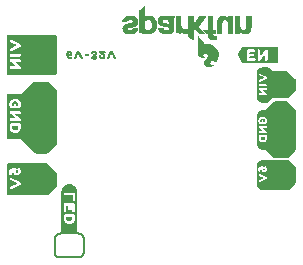
<source format=gbo>
G04 EAGLE Gerber RS-274X export*
G75*
%MOMM*%
%FSLAX34Y34*%
%LPD*%
%INSilkscreen Bottom*%
%IPPOS*%
%AMOC8*
5,1,8,0,0,1.08239X$1,22.5*%
G01*
%ADD10C,0.203200*%

G36*
X41997Y94247D02*
X41997Y94247D01*
X42084Y94250D01*
X42137Y94267D01*
X42192Y94275D01*
X42271Y94310D01*
X42355Y94337D01*
X42394Y94365D01*
X42451Y94391D01*
X42564Y94487D01*
X42628Y94532D01*
X50248Y102152D01*
X50300Y102222D01*
X50360Y102286D01*
X50386Y102335D01*
X50419Y102379D01*
X50450Y102461D01*
X50490Y102539D01*
X50498Y102587D01*
X50520Y102645D01*
X50532Y102793D01*
X50545Y102870D01*
X50545Y147320D01*
X50533Y147407D01*
X50530Y147494D01*
X50513Y147547D01*
X50505Y147602D01*
X50470Y147681D01*
X50443Y147765D01*
X50415Y147804D01*
X50389Y147861D01*
X50293Y147974D01*
X50248Y148038D01*
X43898Y154388D01*
X43828Y154440D01*
X43764Y154500D01*
X43715Y154526D01*
X43671Y154559D01*
X43589Y154590D01*
X43511Y154630D01*
X43464Y154638D01*
X43405Y154660D01*
X43257Y154672D01*
X43180Y154685D01*
X30480Y154685D01*
X30393Y154673D01*
X30306Y154670D01*
X30253Y154653D01*
X30199Y154645D01*
X30119Y154610D01*
X30035Y154583D01*
X29996Y154555D01*
X29939Y154529D01*
X29826Y154433D01*
X29762Y154388D01*
X20054Y144679D01*
X8440Y144679D01*
X8393Y144643D01*
X8398Y144636D01*
X8391Y144630D01*
X8391Y141330D01*
X8411Y141304D01*
X8411Y141290D01*
X8440Y141269D01*
X8409Y141268D01*
X8410Y141244D01*
X8391Y141230D01*
X8391Y107430D01*
X8394Y107425D01*
X8391Y107422D01*
X8491Y106822D01*
X8535Y106781D01*
X8538Y106784D01*
X8540Y106781D01*
X19977Y106781D01*
X32226Y94532D01*
X32296Y94480D01*
X32360Y94420D01*
X32409Y94394D01*
X32453Y94361D01*
X32535Y94330D01*
X32613Y94290D01*
X32660Y94282D01*
X32719Y94260D01*
X32866Y94248D01*
X32944Y94235D01*
X41910Y94235D01*
X41997Y94247D01*
G37*
G36*
X49588Y161147D02*
X49588Y161147D01*
X49646Y161145D01*
X49728Y161166D01*
X49812Y161178D01*
X49865Y161202D01*
X49921Y161217D01*
X49994Y161260D01*
X50071Y161294D01*
X50116Y161332D01*
X50166Y161362D01*
X50224Y161424D01*
X50288Y161478D01*
X50320Y161527D01*
X50360Y161569D01*
X50399Y161645D01*
X50446Y161715D01*
X50463Y161771D01*
X50490Y161823D01*
X50501Y161891D01*
X50531Y161986D01*
X50534Y162086D01*
X50545Y162154D01*
X50545Y193396D01*
X50537Y193453D01*
X50539Y193512D01*
X50517Y193594D01*
X50505Y193677D01*
X50482Y193730D01*
X50467Y193787D01*
X50424Y193859D01*
X50389Y193937D01*
X50351Y193981D01*
X50322Y194031D01*
X50260Y194089D01*
X50206Y194154D01*
X50157Y194186D01*
X50114Y194226D01*
X50039Y194264D01*
X49969Y194311D01*
X49913Y194329D01*
X49861Y194355D01*
X49793Y194367D01*
X49698Y194397D01*
X49598Y194399D01*
X49530Y194411D01*
X22081Y194411D01*
X22053Y194447D01*
X22046Y194442D01*
X22040Y194449D01*
X8440Y194449D01*
X8393Y194413D01*
X8395Y194410D01*
X8393Y194408D01*
X8396Y194404D01*
X8391Y194400D01*
X8391Y161200D01*
X8427Y161153D01*
X8434Y161158D01*
X8440Y161151D01*
X21026Y161151D01*
X21065Y161150D01*
X21133Y161138D01*
X49530Y161138D01*
X49588Y161147D01*
G37*
G36*
X245208Y90183D02*
X245208Y90183D01*
X245307Y90186D01*
X245365Y90203D01*
X245426Y90211D01*
X245518Y90247D01*
X245613Y90275D01*
X245665Y90305D01*
X245721Y90328D01*
X245801Y90386D01*
X245887Y90436D01*
X245962Y90502D01*
X245979Y90514D01*
X245986Y90524D01*
X246008Y90543D01*
X252358Y96893D01*
X252418Y96971D01*
X252486Y97043D01*
X252507Y97081D01*
X252528Y97106D01*
X252535Y97121D01*
X252552Y97144D01*
X252592Y97235D01*
X252640Y97321D01*
X252652Y97370D01*
X252663Y97393D01*
X252665Y97404D01*
X252679Y97436D01*
X252694Y97534D01*
X252719Y97629D01*
X252725Y97729D01*
X252729Y97750D01*
X252727Y97762D01*
X252729Y97790D01*
X252729Y130810D01*
X252717Y130908D01*
X252714Y131007D01*
X252697Y131065D01*
X252689Y131126D01*
X252653Y131218D01*
X252625Y131313D01*
X252595Y131365D01*
X252572Y131421D01*
X252514Y131501D01*
X252464Y131587D01*
X252398Y131662D01*
X252386Y131679D01*
X252376Y131686D01*
X252358Y131708D01*
X246008Y138058D01*
X245929Y138118D01*
X245857Y138186D01*
X245804Y138215D01*
X245756Y138252D01*
X245665Y138292D01*
X245579Y138340D01*
X245520Y138355D01*
X245464Y138379D01*
X245366Y138394D01*
X245271Y138419D01*
X245171Y138425D01*
X245150Y138429D01*
X245138Y138427D01*
X245110Y138429D01*
X234950Y138429D01*
X234852Y138417D01*
X234753Y138414D01*
X234695Y138397D01*
X234634Y138389D01*
X234542Y138353D01*
X234447Y138325D01*
X234395Y138295D01*
X234339Y138272D01*
X234259Y138214D01*
X234173Y138164D01*
X234098Y138098D01*
X234081Y138086D01*
X234074Y138076D01*
X234053Y138058D01*
X227007Y131012D01*
X225792Y131012D01*
X225708Y131046D01*
X225695Y131042D01*
X225690Y131049D01*
X224190Y131049D01*
X224184Y131045D01*
X224180Y131048D01*
X223180Y130848D01*
X223176Y130844D01*
X223176Y130843D01*
X223172Y130846D01*
X222672Y130646D01*
X222670Y130643D01*
X222668Y130644D01*
X222268Y130444D01*
X222267Y130441D01*
X222265Y130442D01*
X221765Y130142D01*
X221763Y130139D01*
X221760Y130139D01*
X221360Y129839D01*
X221358Y129830D01*
X221351Y129830D01*
X221053Y129432D01*
X220655Y129035D01*
X220654Y129023D01*
X220646Y129022D01*
X220447Y128623D01*
X220148Y128125D01*
X220148Y128122D01*
X220146Y128122D01*
X219946Y127722D01*
X219948Y127713D01*
X219942Y127710D01*
X219642Y126210D01*
X219645Y126203D01*
X219641Y126200D01*
X219641Y126000D01*
X219659Y125975D01*
X219659Y125962D01*
X219687Y125939D01*
X219661Y125940D01*
X219661Y125915D01*
X219641Y125900D01*
X219641Y102600D01*
X219645Y102594D01*
X219642Y102590D01*
X219741Y102095D01*
X219741Y101600D01*
X219749Y101589D01*
X219744Y101582D01*
X220344Y100082D01*
X220352Y100077D01*
X220351Y100070D01*
X221251Y98870D01*
X221260Y98868D01*
X221260Y98861D01*
X222060Y98261D01*
X222070Y98261D01*
X222072Y98254D01*
X222570Y98055D01*
X222968Y97856D01*
X222971Y97857D01*
X222972Y97854D01*
X223472Y97654D01*
X223478Y97656D01*
X223480Y97652D01*
X223980Y97552D01*
X223987Y97555D01*
X223990Y97551D01*
X225490Y97551D01*
X225496Y97555D01*
X225500Y97552D01*
X225552Y97562D01*
X227033Y97562D01*
X234053Y90543D01*
X234131Y90482D01*
X234203Y90414D01*
X234256Y90385D01*
X234304Y90348D01*
X234395Y90308D01*
X234481Y90260D01*
X234540Y90245D01*
X234596Y90221D01*
X234694Y90206D01*
X234789Y90181D01*
X234889Y90175D01*
X234910Y90171D01*
X234922Y90173D01*
X234950Y90171D01*
X245110Y90171D01*
X245208Y90183D01*
G37*
G36*
X21445Y58844D02*
X21445Y58844D01*
X21448Y58841D01*
X21667Y58878D01*
X41940Y58878D01*
X42021Y58889D01*
X42102Y58891D01*
X42161Y58909D01*
X42221Y58918D01*
X42296Y58951D01*
X42374Y58975D01*
X42417Y59006D01*
X42481Y59034D01*
X42585Y59122D01*
X42649Y59167D01*
X50240Y66584D01*
X50296Y66658D01*
X50360Y66726D01*
X50383Y66770D01*
X50413Y66809D01*
X50447Y66896D01*
X50490Y66979D01*
X50497Y67022D01*
X50517Y67074D01*
X50533Y67235D01*
X50545Y67310D01*
X50545Y76363D01*
X50537Y76420D01*
X50539Y76477D01*
X50517Y76560D01*
X50505Y76645D01*
X50482Y76697D01*
X50468Y76752D01*
X50431Y76811D01*
X50389Y76904D01*
X50326Y76979D01*
X50290Y77037D01*
X42670Y85636D01*
X42580Y85713D01*
X42494Y85793D01*
X42472Y85805D01*
X42453Y85821D01*
X42346Y85869D01*
X42241Y85923D01*
X42219Y85926D01*
X42194Y85938D01*
X41913Y85978D01*
X41911Y85978D01*
X41910Y85978D01*
X21031Y85978D01*
X20973Y85970D01*
X20915Y85972D01*
X20833Y85950D01*
X20755Y85939D01*
X8940Y85939D01*
X8929Y85931D01*
X8922Y85936D01*
X8422Y85736D01*
X8401Y85702D01*
X8393Y85695D01*
X8394Y85693D01*
X8391Y85690D01*
X8391Y59490D01*
X8394Y59485D01*
X8391Y59482D01*
X8491Y58882D01*
X8535Y58841D01*
X8538Y58844D01*
X8540Y58841D01*
X21440Y58841D01*
X21445Y58844D01*
G37*
G36*
X246478Y63513D02*
X246478Y63513D01*
X246577Y63516D01*
X246635Y63533D01*
X246696Y63541D01*
X246788Y63577D01*
X246883Y63605D01*
X246935Y63635D01*
X246991Y63658D01*
X247071Y63716D01*
X247157Y63766D01*
X247232Y63832D01*
X247249Y63844D01*
X247256Y63854D01*
X247278Y63873D01*
X252358Y68953D01*
X252418Y69031D01*
X252486Y69103D01*
X252507Y69140D01*
X252528Y69166D01*
X252536Y69183D01*
X252552Y69204D01*
X252592Y69295D01*
X252640Y69381D01*
X252652Y69428D01*
X252664Y69454D01*
X252666Y69467D01*
X252679Y69496D01*
X252694Y69594D01*
X252719Y69689D01*
X252725Y69789D01*
X252729Y69810D01*
X252727Y69822D01*
X252729Y69850D01*
X252729Y82550D01*
X252717Y82648D01*
X252714Y82747D01*
X252707Y82770D01*
X252707Y82776D01*
X252697Y82808D01*
X252689Y82866D01*
X252653Y82958D01*
X252625Y83053D01*
X252595Y83105D01*
X252572Y83161D01*
X252514Y83241D01*
X252464Y83327D01*
X252398Y83402D01*
X252386Y83419D01*
X252376Y83426D01*
X252358Y83448D01*
X247278Y88528D01*
X247199Y88588D01*
X247127Y88656D01*
X247074Y88685D01*
X247026Y88722D01*
X246935Y88762D01*
X246849Y88810D01*
X246790Y88825D01*
X246734Y88849D01*
X246636Y88864D01*
X246541Y88889D01*
X246441Y88895D01*
X246420Y88899D01*
X246408Y88897D01*
X246380Y88899D01*
X224790Y88899D01*
X224692Y88887D01*
X224593Y88884D01*
X224535Y88867D01*
X224474Y88859D01*
X224449Y88849D01*
X224290Y88849D01*
X224284Y88845D01*
X224280Y88848D01*
X223280Y88648D01*
X223276Y88643D01*
X223272Y88646D01*
X222272Y88246D01*
X222267Y88238D01*
X222260Y88239D01*
X221060Y87339D01*
X221058Y87330D01*
X221051Y87330D01*
X220451Y86530D01*
X220451Y86523D01*
X220446Y86522D01*
X220246Y86122D01*
X220247Y86119D01*
X220244Y86118D01*
X219844Y85118D01*
X219846Y85112D01*
X219842Y85110D01*
X219642Y84110D01*
X219645Y84103D01*
X219641Y84100D01*
X219641Y68600D01*
X219645Y68594D01*
X219642Y68590D01*
X219741Y68095D01*
X219741Y67600D01*
X219749Y67589D01*
X219744Y67582D01*
X219943Y67086D01*
X220042Y66590D01*
X220051Y66582D01*
X220048Y66575D01*
X220347Y66077D01*
X220546Y65678D01*
X220556Y65673D01*
X220555Y65665D01*
X220953Y65268D01*
X221251Y64870D01*
X221260Y64868D01*
X221260Y64861D01*
X222060Y64261D01*
X222067Y64261D01*
X222068Y64256D01*
X222468Y64056D01*
X222471Y64057D01*
X222472Y64054D01*
X223472Y63654D01*
X223478Y63656D01*
X223480Y63652D01*
X223980Y63552D01*
X223987Y63555D01*
X223990Y63551D01*
X224439Y63551D01*
X224534Y63536D01*
X224629Y63511D01*
X224729Y63505D01*
X224750Y63501D01*
X224762Y63503D01*
X224790Y63501D01*
X246380Y63501D01*
X246478Y63513D01*
G37*
G36*
X228649Y137339D02*
X228649Y137339D01*
X228729Y137349D01*
X228809Y137350D01*
X228886Y137370D01*
X228964Y137381D01*
X229039Y137410D01*
X229116Y137431D01*
X229186Y137470D01*
X229259Y137499D01*
X229324Y137547D01*
X229394Y137586D01*
X229514Y137686D01*
X229516Y137688D01*
X229517Y137689D01*
X232960Y140971D01*
X245364Y140971D01*
X245462Y140983D01*
X245561Y140986D01*
X245619Y141003D01*
X245680Y141011D01*
X245772Y141047D01*
X245867Y141075D01*
X245919Y141105D01*
X245975Y141128D01*
X246055Y141186D01*
X246141Y141236D01*
X246216Y141302D01*
X246233Y141314D01*
X246240Y141324D01*
X246262Y141343D01*
X252358Y147439D01*
X252418Y147517D01*
X252486Y147589D01*
X252515Y147642D01*
X252552Y147690D01*
X252592Y147781D01*
X252640Y147867D01*
X252655Y147926D01*
X252679Y147982D01*
X252694Y148080D01*
X252719Y148175D01*
X252725Y148275D01*
X252729Y148296D01*
X252727Y148308D01*
X252729Y148336D01*
X252729Y156515D01*
X252717Y156613D01*
X252714Y156712D01*
X252697Y156770D01*
X252689Y156830D01*
X252653Y156922D01*
X252625Y157018D01*
X252595Y157070D01*
X252572Y157126D01*
X252514Y157206D01*
X252464Y157291D01*
X252398Y157367D01*
X252386Y157383D01*
X252376Y157391D01*
X252358Y157412D01*
X246312Y163458D01*
X246234Y163518D01*
X246162Y163586D01*
X246109Y163615D01*
X246061Y163652D01*
X245970Y163692D01*
X245883Y163740D01*
X245825Y163755D01*
X245769Y163779D01*
X245671Y163794D01*
X245575Y163819D01*
X245475Y163825D01*
X245455Y163829D01*
X245443Y163827D01*
X245415Y163829D01*
X233198Y163829D01*
X229730Y167136D01*
X229662Y167186D01*
X229601Y167244D01*
X229535Y167280D01*
X229474Y167325D01*
X229396Y167357D01*
X229323Y167397D01*
X229249Y167416D01*
X229179Y167444D01*
X229096Y167456D01*
X229015Y167477D01*
X228873Y167486D01*
X228864Y167487D01*
X228861Y167486D01*
X228854Y167487D01*
X224536Y167487D01*
X224411Y167471D01*
X224286Y167462D01*
X224254Y167451D01*
X224220Y167447D01*
X224104Y167401D01*
X224046Y167381D01*
X222880Y167148D01*
X222870Y167137D01*
X222860Y167139D01*
X222466Y166843D01*
X221972Y166646D01*
X221967Y166638D01*
X221960Y166639D01*
X221560Y166339D01*
X221559Y166334D01*
X221555Y166335D01*
X220855Y165635D01*
X220854Y165630D01*
X220851Y165630D01*
X220551Y165230D01*
X220551Y165226D01*
X220548Y165225D01*
X220248Y164725D01*
X220248Y164722D01*
X220246Y164722D01*
X220046Y164322D01*
X220047Y164319D01*
X220044Y164318D01*
X219844Y163818D01*
X219846Y163814D01*
X219842Y163811D01*
X219843Y163810D01*
X219842Y163810D01*
X219642Y162810D01*
X219645Y162803D01*
X219641Y162800D01*
X219641Y142000D01*
X219645Y141994D01*
X219642Y141990D01*
X219842Y140990D01*
X219847Y140986D01*
X219844Y140982D01*
X220044Y140482D01*
X220047Y140480D01*
X220046Y140478D01*
X220246Y140078D01*
X220249Y140077D01*
X220248Y140075D01*
X220548Y139575D01*
X220551Y139573D01*
X220551Y139570D01*
X221151Y138770D01*
X221160Y138768D01*
X221160Y138761D01*
X221960Y138161D01*
X221970Y138161D01*
X221972Y138154D01*
X222466Y137957D01*
X222860Y137661D01*
X222876Y137661D01*
X222880Y137652D01*
X223473Y137533D01*
X223500Y137511D01*
X223611Y137459D01*
X223719Y137400D01*
X223754Y137391D01*
X223788Y137376D01*
X223908Y137352D01*
X224027Y137322D01*
X224081Y137319D01*
X224100Y137316D01*
X224121Y137317D01*
X224188Y137313D01*
X228649Y137339D01*
G37*
G36*
X67598Y26300D02*
X67598Y26300D01*
X67606Y26302D01*
X67806Y26802D01*
X67802Y26815D01*
X67809Y26820D01*
X67809Y61320D01*
X67773Y61367D01*
X67760Y61357D01*
X67750Y61365D01*
X67775Y61373D01*
X67807Y61418D01*
X67809Y61420D01*
X67809Y62020D01*
X67806Y62024D01*
X67809Y62027D01*
X67609Y63427D01*
X67604Y63432D01*
X67607Y63436D01*
X67407Y64036D01*
X67402Y64039D01*
X67404Y64042D01*
X66804Y65242D01*
X66800Y65244D01*
X66801Y65247D01*
X66401Y65847D01*
X66398Y65848D01*
X66398Y65851D01*
X65998Y66351D01*
X65994Y66352D01*
X65995Y66355D01*
X65495Y66855D01*
X65488Y66856D01*
X65487Y66861D01*
X64889Y67260D01*
X64391Y67658D01*
X64383Y67659D01*
X64382Y67664D01*
X63782Y67964D01*
X63775Y67963D01*
X63774Y67967D01*
X63075Y68167D01*
X62476Y68367D01*
X62469Y68365D01*
X62467Y68369D01*
X61768Y68469D01*
X61168Y68569D01*
X61158Y68563D01*
X61153Y68569D01*
X60457Y68469D01*
X59760Y68469D01*
X59752Y68463D01*
X59746Y68467D01*
X59046Y68267D01*
X59045Y68266D01*
X59044Y68267D01*
X58444Y68067D01*
X58441Y68062D01*
X58438Y68064D01*
X57238Y67464D01*
X57235Y67457D01*
X57229Y67458D01*
X56729Y67058D01*
X56728Y67054D01*
X56725Y67055D01*
X55725Y66055D01*
X55725Y66051D01*
X55722Y66051D01*
X55322Y65551D01*
X55321Y65547D01*
X55319Y65547D01*
X54919Y64947D01*
X54919Y64943D01*
X54916Y64942D01*
X54616Y64342D01*
X54617Y64337D01*
X54613Y64336D01*
X54413Y63736D01*
X54415Y63729D01*
X54411Y63727D01*
X54311Y63027D01*
X54211Y62328D01*
X54111Y61728D01*
X54114Y61723D01*
X54111Y61720D01*
X54111Y26520D01*
X54140Y26482D01*
X54142Y26474D01*
X54642Y26274D01*
X54655Y26278D01*
X54660Y26271D01*
X67560Y26271D01*
X67598Y26300D01*
G37*
G36*
X237088Y170980D02*
X237088Y170980D01*
X237096Y170982D01*
X237296Y171482D01*
X237292Y171495D01*
X237299Y171500D01*
X237299Y184300D01*
X237280Y184326D01*
X237280Y184339D01*
X236880Y184639D01*
X236862Y184639D01*
X236859Y184642D01*
X236855Y184642D01*
X236850Y184649D01*
X207750Y184649D01*
X207741Y184642D01*
X207734Y184647D01*
X207134Y184447D01*
X207119Y184424D01*
X207106Y184422D01*
X204106Y178322D01*
X203806Y177722D01*
X203807Y177714D01*
X203804Y177711D01*
X203809Y177704D01*
X203812Y177690D01*
X203806Y177677D01*
X207206Y171077D01*
X207236Y171063D01*
X207242Y171051D01*
X207842Y170951D01*
X207847Y170954D01*
X207850Y170951D01*
X237050Y170951D01*
X237088Y170980D01*
G37*
G36*
X180237Y167438D02*
X180237Y167438D01*
X180320Y167449D01*
X181220Y167749D01*
X181226Y167753D01*
X181234Y167754D01*
X182034Y168054D01*
X182048Y168064D01*
X182070Y168070D01*
X182390Y168230D01*
X182670Y168370D01*
X182692Y168388D01*
X182728Y168406D01*
X183128Y168706D01*
X183143Y168724D01*
X183169Y168741D01*
X183269Y168841D01*
X183282Y168863D01*
X183302Y168879D01*
X183328Y168936D01*
X183360Y168988D01*
X183363Y169014D01*
X183373Y169038D01*
X183371Y169099D01*
X183377Y169161D01*
X183368Y169185D01*
X183367Y169211D01*
X183337Y169265D01*
X183315Y169323D01*
X183296Y169340D01*
X183284Y169363D01*
X183234Y169398D01*
X183188Y169440D01*
X183163Y169448D01*
X183142Y169463D01*
X183058Y169479D01*
X183022Y169490D01*
X183012Y169488D01*
X183000Y169490D01*
X182700Y169490D01*
X182663Y169482D01*
X182580Y169471D01*
X182338Y169390D01*
X182147Y169390D01*
X181792Y169479D01*
X181784Y169479D01*
X181775Y169483D01*
X181324Y169573D01*
X181001Y169735D01*
X180680Y169975D01*
X180545Y170179D01*
X180461Y170430D01*
X180448Y170450D01*
X180440Y170480D01*
X180352Y170656D01*
X180301Y170810D01*
X180361Y170990D01*
X180362Y171003D01*
X180369Y171018D01*
X180453Y171354D01*
X180616Y171599D01*
X180624Y171619D01*
X180640Y171640D01*
X180813Y171985D01*
X181042Y172215D01*
X181311Y172394D01*
X181318Y172401D01*
X181328Y172406D01*
X181720Y172699D01*
X181991Y172881D01*
X182576Y173173D01*
X182690Y173230D01*
X183238Y173230D01*
X183432Y173165D01*
X183581Y173066D01*
X183720Y172648D01*
X183720Y171910D01*
X183732Y171860D01*
X183734Y171808D01*
X183751Y171776D01*
X183759Y171741D01*
X183792Y171701D01*
X183817Y171656D01*
X183847Y171635D01*
X183869Y171608D01*
X183917Y171586D01*
X183959Y171557D01*
X183995Y171551D01*
X184028Y171537D01*
X184079Y171539D01*
X184130Y171531D01*
X184171Y171542D01*
X184201Y171543D01*
X184228Y171558D01*
X184270Y171570D01*
X184434Y171652D01*
X185070Y171970D01*
X185074Y171973D01*
X185184Y172057D01*
X185984Y172957D01*
X185999Y172985D01*
X186028Y173018D01*
X186728Y174218D01*
X186737Y174247D01*
X186758Y174282D01*
X187258Y175682D01*
X187261Y175707D01*
X187268Y175723D01*
X187268Y175725D01*
X187274Y175740D01*
X187574Y177340D01*
X187572Y177376D01*
X187580Y177431D01*
X187480Y179231D01*
X187470Y179263D01*
X187466Y179312D01*
X186966Y181112D01*
X186949Y181143D01*
X186932Y181195D01*
X185932Y182995D01*
X185915Y183013D01*
X185900Y183043D01*
X185200Y183943D01*
X185184Y183957D01*
X185169Y183979D01*
X184369Y184779D01*
X184359Y184785D01*
X184350Y184796D01*
X183550Y185496D01*
X183525Y185510D01*
X183496Y185536D01*
X182496Y186136D01*
X182471Y186144D01*
X182441Y186163D01*
X181441Y186563D01*
X181422Y186566D01*
X181400Y186577D01*
X180300Y186877D01*
X180283Y186877D01*
X180263Y186885D01*
X179063Y187085D01*
X179036Y187083D01*
X179000Y187090D01*
X177131Y187090D01*
X176634Y187173D01*
X176218Y187423D01*
X175268Y188183D01*
X174792Y188753D01*
X174780Y188763D01*
X174769Y188779D01*
X173491Y190057D01*
X173009Y190731D01*
X172989Y190749D01*
X172969Y190779D01*
X172381Y191367D01*
X171892Y191953D01*
X171880Y191963D01*
X171869Y191979D01*
X171388Y192460D01*
X171104Y192838D01*
X171086Y192853D01*
X171069Y192879D01*
X170796Y193152D01*
X170616Y193421D01*
X170597Y193439D01*
X170584Y193463D01*
X170534Y193498D01*
X170490Y193539D01*
X170464Y193547D01*
X170442Y193563D01*
X170361Y193579D01*
X170324Y193590D01*
X170313Y193588D01*
X170300Y193590D01*
X170200Y193590D01*
X170150Y193579D01*
X170099Y193577D01*
X170067Y193559D01*
X170031Y193551D01*
X169992Y193518D01*
X169947Y193494D01*
X169926Y193464D01*
X169898Y193441D01*
X169877Y193394D01*
X169847Y193352D01*
X169839Y193310D01*
X169827Y193282D01*
X169828Y193252D01*
X169820Y193210D01*
X169820Y180410D01*
X169824Y180392D01*
X169822Y180368D01*
X170022Y178568D01*
X170033Y178537D01*
X170039Y178490D01*
X170239Y177890D01*
X170252Y177870D01*
X170260Y177840D01*
X170560Y177240D01*
X170568Y177230D01*
X170574Y177214D01*
X170874Y176714D01*
X170888Y176700D01*
X170897Y176681D01*
X170974Y176611D01*
X170995Y176590D01*
X171000Y176588D01*
X171004Y176584D01*
X171488Y176294D01*
X171872Y176006D01*
X171907Y175991D01*
X171959Y175957D01*
X172959Y175557D01*
X172992Y175552D01*
X173038Y175535D01*
X173638Y175435D01*
X173664Y175437D01*
X173700Y175430D01*
X174500Y175430D01*
X174536Y175438D01*
X174592Y175441D01*
X174947Y175530D01*
X175100Y175530D01*
X175115Y175533D01*
X175130Y175531D01*
X175262Y175568D01*
X175269Y175569D01*
X175269Y175570D01*
X175270Y175570D01*
X175470Y175670D01*
X175489Y175686D01*
X175513Y175695D01*
X175555Y175741D01*
X175603Y175781D01*
X175613Y175804D01*
X175630Y175822D01*
X175648Y175882D01*
X175674Y175939D01*
X175673Y175964D01*
X175680Y175988D01*
X175669Y176050D01*
X175666Y176112D01*
X175654Y176134D01*
X175650Y176159D01*
X175601Y176232D01*
X175583Y176264D01*
X175575Y176269D01*
X175569Y176279D01*
X175469Y176379D01*
X175437Y176399D01*
X175370Y176450D01*
X174970Y176650D01*
X174947Y176656D01*
X174920Y176671D01*
X174705Y176742D01*
X174396Y177052D01*
X174245Y177279D01*
X174180Y177472D01*
X174180Y177648D01*
X174252Y177864D01*
X174413Y178185D01*
X174642Y178415D01*
X174878Y178572D01*
X175309Y178744D01*
X175738Y178830D01*
X176453Y178830D01*
X177144Y178657D01*
X177640Y178326D01*
X177961Y177925D01*
X178120Y177448D01*
X178120Y176888D01*
X177874Y176315D01*
X177214Y175560D01*
X176416Y174663D01*
X176415Y174661D01*
X176414Y174660D01*
X175714Y173860D01*
X175698Y173831D01*
X175668Y173795D01*
X175168Y172895D01*
X175157Y172857D01*
X175129Y172793D01*
X174929Y171893D01*
X174929Y171859D01*
X174920Y171810D01*
X174920Y171010D01*
X174928Y170973D01*
X174939Y170890D01*
X175239Y169990D01*
X175260Y169956D01*
X175291Y169889D01*
X175791Y169189D01*
X175817Y169166D01*
X175847Y169126D01*
X176747Y168326D01*
X176778Y168309D01*
X176818Y168276D01*
X177918Y167676D01*
X177954Y167666D01*
X178032Y167636D01*
X179132Y167436D01*
X179161Y167437D01*
X179200Y167430D01*
X180200Y167430D01*
X180237Y167438D01*
G37*
G36*
X128611Y195432D02*
X128611Y195432D01*
X128625Y195431D01*
X130125Y195531D01*
X130162Y195542D01*
X130228Y195552D01*
X131628Y196052D01*
X131657Y196071D01*
X131704Y196089D01*
X132804Y196789D01*
X132831Y196817D01*
X132883Y196856D01*
X133783Y197856D01*
X133785Y197861D01*
X133786Y197861D01*
X133786Y197863D01*
X133796Y197879D01*
X133821Y197906D01*
X134521Y199006D01*
X134534Y199042D01*
X134563Y199098D01*
X134963Y200398D01*
X134964Y200413D01*
X134972Y200430D01*
X135272Y201830D01*
X135271Y201854D01*
X135279Y201885D01*
X135379Y203385D01*
X135376Y203407D01*
X135379Y203437D01*
X135279Y204837D01*
X135272Y204862D01*
X135271Y204896D01*
X134971Y206196D01*
X134958Y206220D01*
X134951Y206256D01*
X134451Y207456D01*
X134441Y207471D01*
X134434Y207492D01*
X133834Y208592D01*
X133808Y208621D01*
X133769Y208679D01*
X132869Y209579D01*
X132847Y209592D01*
X132824Y209618D01*
X131724Y210418D01*
X131688Y210433D01*
X131620Y210471D01*
X130420Y210871D01*
X130390Y210874D01*
X130350Y210887D01*
X128850Y211087D01*
X128811Y211083D01*
X128738Y211085D01*
X126938Y210785D01*
X126901Y210770D01*
X126830Y210750D01*
X126530Y210600D01*
X126230Y210450D01*
X126220Y210442D01*
X126204Y210436D01*
X125204Y209836D01*
X125184Y209816D01*
X125103Y209748D01*
X124880Y209469D01*
X124880Y218710D01*
X124874Y218735D01*
X124877Y218761D01*
X124855Y218819D01*
X124841Y218879D01*
X124824Y218899D01*
X124815Y218923D01*
X124770Y218965D01*
X124731Y219012D01*
X124707Y219023D01*
X124688Y219040D01*
X124629Y219058D01*
X124572Y219083D01*
X124547Y219082D01*
X124522Y219090D01*
X124461Y219079D01*
X124399Y219077D01*
X124377Y219064D01*
X124351Y219060D01*
X124280Y219012D01*
X124247Y218994D01*
X124241Y218986D01*
X124231Y218979D01*
X123346Y218094D01*
X121862Y216907D01*
X121851Y216892D01*
X121831Y216879D01*
X120946Y215994D01*
X120462Y215607D01*
X120456Y215599D01*
X120447Y215594D01*
X120403Y215531D01*
X120355Y215471D01*
X120353Y215461D01*
X120347Y215452D01*
X120320Y215310D01*
X120320Y196810D01*
X120321Y196806D01*
X120320Y196801D01*
X120340Y196721D01*
X120359Y196641D01*
X120362Y196638D01*
X120363Y196634D01*
X120417Y196571D01*
X120469Y196508D01*
X120474Y196506D01*
X120476Y196502D01*
X120608Y196441D01*
X121008Y196341D01*
X121016Y196341D01*
X121025Y196337D01*
X121525Y196237D01*
X121557Y196238D01*
X121600Y196230D01*
X122053Y196230D01*
X122408Y196141D01*
X122416Y196141D01*
X122425Y196137D01*
X122917Y196039D01*
X123308Y195941D01*
X123316Y195941D01*
X123325Y195937D01*
X124325Y195737D01*
X124327Y195737D01*
X124328Y195737D01*
X124412Y195740D01*
X124499Y195743D01*
X124500Y195743D01*
X124501Y195743D01*
X124575Y195784D01*
X124651Y195825D01*
X124652Y195826D01*
X124653Y195826D01*
X124701Y195894D01*
X124752Y195966D01*
X124752Y195967D01*
X124753Y195968D01*
X124780Y196110D01*
X124780Y196892D01*
X124931Y196741D01*
X124947Y196731D01*
X124962Y196713D01*
X125462Y196313D01*
X125483Y196303D01*
X125504Y196284D01*
X126504Y195684D01*
X126517Y195680D01*
X126638Y195635D01*
X127838Y195435D01*
X127864Y195437D01*
X127900Y195430D01*
X128600Y195430D01*
X128611Y195432D01*
G37*
G36*
X144330Y195437D02*
X144330Y195437D01*
X144375Y195437D01*
X144838Y195530D01*
X145400Y195530D01*
X145430Y195537D01*
X145475Y195537D01*
X145975Y195637D01*
X146001Y195649D01*
X146041Y195657D01*
X146509Y195844D01*
X146975Y195937D01*
X147001Y195949D01*
X147041Y195957D01*
X147541Y196157D01*
X147572Y196179D01*
X147628Y196206D01*
X148828Y197106D01*
X148853Y197136D01*
X148904Y197182D01*
X149204Y197582D01*
X149216Y197608D01*
X149240Y197640D01*
X149440Y198040D01*
X149443Y198054D01*
X149453Y198069D01*
X149653Y198569D01*
X149657Y198598D01*
X149673Y198635D01*
X149773Y199135D01*
X149772Y199157D01*
X149773Y199160D01*
X149773Y199172D01*
X149780Y199210D01*
X149780Y207820D01*
X149840Y207940D01*
X149844Y207955D01*
X149853Y207968D01*
X149879Y208102D01*
X149880Y208109D01*
X149880Y208110D01*
X149880Y208920D01*
X149940Y209040D01*
X149944Y209055D01*
X149953Y209068D01*
X149979Y209202D01*
X149980Y209209D01*
X149980Y209210D01*
X149980Y209320D01*
X150040Y209440D01*
X150044Y209455D01*
X150053Y209468D01*
X150079Y209602D01*
X150080Y209609D01*
X150080Y209610D01*
X150080Y209820D01*
X150113Y209885D01*
X150169Y209941D01*
X150209Y210006D01*
X150253Y210068D01*
X150255Y210080D01*
X150260Y210088D01*
X150264Y210125D01*
X150280Y210210D01*
X150280Y210310D01*
X150269Y210360D01*
X150267Y210411D01*
X150249Y210443D01*
X150241Y210479D01*
X150208Y210518D01*
X150184Y210563D01*
X150154Y210584D01*
X150131Y210612D01*
X150084Y210633D01*
X150042Y210663D01*
X150000Y210671D01*
X149972Y210683D01*
X149942Y210682D01*
X149900Y210690D01*
X146000Y210690D01*
X145950Y210679D01*
X145899Y210677D01*
X145867Y210659D01*
X145831Y210651D01*
X145792Y210618D01*
X145747Y210594D01*
X145726Y210564D01*
X145698Y210541D01*
X145677Y210494D01*
X145647Y210452D01*
X145639Y210410D01*
X145627Y210382D01*
X145627Y210372D01*
X145591Y210314D01*
X145547Y210252D01*
X145545Y210240D01*
X145540Y210232D01*
X145536Y210195D01*
X145534Y210181D01*
X145531Y210179D01*
X145491Y210114D01*
X145447Y210052D01*
X145445Y210040D01*
X145440Y210032D01*
X145436Y209995D01*
X145429Y209956D01*
X145427Y209952D01*
X145427Y209947D01*
X145420Y209910D01*
X145420Y209761D01*
X145407Y209740D01*
X145269Y209879D01*
X145242Y209895D01*
X145211Y209926D01*
X144911Y210126D01*
X144875Y210140D01*
X144820Y210171D01*
X144569Y210255D01*
X144311Y210426D01*
X144275Y210440D01*
X144220Y210471D01*
X143020Y210871D01*
X142983Y210874D01*
X142900Y210890D01*
X142662Y210890D01*
X142420Y210971D01*
X142383Y210974D01*
X142300Y210990D01*
X141962Y210990D01*
X141720Y211071D01*
X141683Y211074D01*
X141600Y211090D01*
X140500Y211090D01*
X140470Y211083D01*
X140425Y211083D01*
X139962Y210990D01*
X139500Y210990D01*
X139464Y210982D01*
X139408Y210979D01*
X139008Y210879D01*
X138988Y210869D01*
X138959Y210863D01*
X138459Y210663D01*
X138447Y210655D01*
X138430Y210650D01*
X138330Y210600D01*
X138030Y210450D01*
X138014Y210437D01*
X137989Y210426D01*
X137709Y210240D01*
X137670Y210220D01*
X137330Y210050D01*
X137301Y210026D01*
X137231Y209979D01*
X136931Y209679D01*
X136915Y209652D01*
X136884Y209621D01*
X136689Y209330D01*
X136396Y208938D01*
X136392Y208929D01*
X136384Y208921D01*
X136184Y208621D01*
X136183Y208620D01*
X136182Y208619D01*
X136127Y208485D01*
X136037Y208034D01*
X135860Y207680D01*
X135856Y207665D01*
X135847Y207652D01*
X135821Y207518D01*
X135820Y207512D01*
X135820Y207511D01*
X135820Y207510D01*
X135820Y207048D01*
X135727Y206585D01*
X135727Y206575D01*
X135726Y206442D01*
X135926Y205342D01*
X135935Y205320D01*
X135939Y205290D01*
X136239Y204390D01*
X136256Y204363D01*
X136270Y204321D01*
X136670Y203621D01*
X136693Y203597D01*
X136728Y203553D01*
X136733Y203542D01*
X136739Y203538D01*
X136753Y203521D01*
X137453Y202921D01*
X137479Y202907D01*
X137511Y202880D01*
X138211Y202480D01*
X138237Y202472D01*
X138267Y202454D01*
X139067Y202154D01*
X139085Y202152D01*
X139108Y202141D01*
X139908Y201941D01*
X139930Y201941D01*
X139958Y201932D01*
X140858Y201832D01*
X142652Y201633D01*
X143321Y201537D01*
X143987Y201347D01*
X144540Y201162D01*
X144941Y200922D01*
X145120Y200683D01*
X145120Y199800D01*
X144888Y199335D01*
X144831Y199279D01*
X144811Y199247D01*
X144760Y199180D01*
X144717Y199093D01*
X144310Y198890D01*
X144200Y198890D01*
X144185Y198887D01*
X144170Y198889D01*
X144038Y198852D01*
X144031Y198851D01*
X144031Y198850D01*
X144030Y198850D01*
X143955Y198813D01*
X143910Y198790D01*
X142290Y198790D01*
X141425Y199223D01*
X141113Y199535D01*
X141052Y199656D01*
X140961Y199930D01*
X140948Y199950D01*
X140940Y199980D01*
X140880Y200100D01*
X140880Y200510D01*
X140869Y200560D01*
X140867Y200611D01*
X140849Y200643D01*
X140841Y200679D01*
X140808Y200718D01*
X140784Y200763D01*
X140754Y200784D01*
X140731Y200812D01*
X140684Y200833D01*
X140642Y200863D01*
X140600Y200871D01*
X140572Y200883D01*
X140542Y200882D01*
X140500Y200890D01*
X136600Y200890D01*
X136520Y200872D01*
X136440Y200855D01*
X136436Y200852D01*
X136431Y200851D01*
X136368Y200799D01*
X136304Y200749D01*
X136302Y200744D01*
X136298Y200741D01*
X136264Y200666D01*
X136229Y200592D01*
X136229Y200587D01*
X136227Y200582D01*
X136228Y200555D01*
X136225Y200448D01*
X136425Y199248D01*
X136435Y199224D01*
X136439Y199190D01*
X136639Y198590D01*
X136659Y198558D01*
X136696Y198482D01*
X136984Y198098D01*
X137274Y197614D01*
X137286Y197602D01*
X137296Y197582D01*
X137596Y197182D01*
X137626Y197157D01*
X137672Y197106D01*
X138072Y196806D01*
X138088Y196799D01*
X138104Y196784D01*
X139104Y196184D01*
X139129Y196176D01*
X139159Y196157D01*
X139659Y195957D01*
X139688Y195953D01*
X139725Y195937D01*
X140202Y195842D01*
X140780Y195649D01*
X140805Y195647D01*
X140838Y195635D01*
X141431Y195536D01*
X141925Y195437D01*
X141957Y195438D01*
X142000Y195430D01*
X144300Y195430D01*
X144330Y195437D01*
G37*
G36*
X166143Y190441D02*
X166143Y190441D01*
X166201Y190443D01*
X166227Y190458D01*
X166257Y190464D01*
X166302Y190499D01*
X166353Y190526D01*
X166370Y190551D01*
X166394Y190569D01*
X166420Y190621D01*
X166453Y190668D01*
X166459Y190702D01*
X166471Y190725D01*
X166470Y190760D01*
X166480Y190810D01*
X166480Y200265D01*
X170726Y195847D01*
X170793Y195803D01*
X170858Y195757D01*
X170866Y195756D01*
X170871Y195752D01*
X170904Y195748D01*
X171000Y195730D01*
X175600Y195730D01*
X175627Y195736D01*
X175654Y195734D01*
X175710Y195756D01*
X175769Y195769D01*
X175790Y195787D01*
X175816Y195797D01*
X175856Y195841D01*
X175902Y195879D01*
X175914Y195905D01*
X175932Y195925D01*
X175949Y195983D01*
X175973Y196038D01*
X175972Y196065D01*
X175980Y196092D01*
X175969Y196151D01*
X175967Y196211D01*
X175953Y196235D01*
X175949Y196262D01*
X175902Y196329D01*
X175884Y196363D01*
X175875Y196370D01*
X175866Y196381D01*
X170789Y201363D01*
X176518Y210102D01*
X176543Y210171D01*
X176573Y210238D01*
X176573Y210251D01*
X176578Y210264D01*
X176569Y210337D01*
X176567Y210411D01*
X176560Y210423D01*
X176559Y210437D01*
X176519Y210498D01*
X176484Y210563D01*
X176473Y210571D01*
X176465Y210582D01*
X176402Y210620D01*
X176342Y210663D01*
X176327Y210666D01*
X176317Y210672D01*
X176278Y210675D01*
X176200Y210690D01*
X171500Y210690D01*
X171468Y210683D01*
X171434Y210685D01*
X171384Y210663D01*
X171331Y210651D01*
X171306Y210630D01*
X171275Y210617D01*
X171228Y210565D01*
X171198Y210541D01*
X171191Y210526D01*
X171177Y210510D01*
X167521Y204604D01*
X166480Y205575D01*
X166480Y210310D01*
X166469Y210360D01*
X166467Y210411D01*
X166449Y210443D01*
X166441Y210479D01*
X166408Y210518D01*
X166384Y210563D01*
X166354Y210584D01*
X166331Y210612D01*
X166284Y210633D01*
X166242Y210663D01*
X166200Y210671D01*
X166172Y210683D01*
X166142Y210682D01*
X166100Y210690D01*
X162200Y210690D01*
X162150Y210679D01*
X162099Y210677D01*
X162067Y210659D01*
X162031Y210651D01*
X161992Y210618D01*
X161947Y210594D01*
X161926Y210564D01*
X161898Y210541D01*
X161877Y210494D01*
X161847Y210452D01*
X161839Y210410D01*
X161827Y210382D01*
X161828Y210352D01*
X161820Y210310D01*
X161820Y192910D01*
X161830Y192867D01*
X161830Y192822D01*
X161849Y192783D01*
X161859Y192741D01*
X161888Y192707D01*
X161908Y192667D01*
X161947Y192634D01*
X161969Y192608D01*
X161993Y192597D01*
X162020Y192575D01*
X165920Y190475D01*
X165975Y190460D01*
X166028Y190437D01*
X166058Y190438D01*
X166087Y190430D01*
X166143Y190441D01*
G37*
G36*
X209712Y195433D02*
X209712Y195433D01*
X209727Y195431D01*
X211127Y195531D01*
X211157Y195540D01*
X211200Y195543D01*
X212300Y195843D01*
X212332Y195860D01*
X212385Y195878D01*
X213285Y196378D01*
X213313Y196404D01*
X213369Y196441D01*
X214069Y197141D01*
X214087Y197171D01*
X214122Y197208D01*
X214622Y198008D01*
X214635Y198045D01*
X214664Y198101D01*
X214964Y199101D01*
X214965Y199120D01*
X214974Y199142D01*
X215174Y200242D01*
X215173Y200259D01*
X215179Y200281D01*
X215279Y201581D01*
X215277Y201594D01*
X215280Y201610D01*
X215280Y210310D01*
X215269Y210360D01*
X215267Y210411D01*
X215249Y210443D01*
X215241Y210479D01*
X215208Y210518D01*
X215184Y210563D01*
X215154Y210584D01*
X215131Y210612D01*
X215084Y210633D01*
X215042Y210663D01*
X215000Y210671D01*
X214972Y210683D01*
X214942Y210682D01*
X214900Y210690D01*
X211000Y210690D01*
X210950Y210679D01*
X210899Y210677D01*
X210867Y210659D01*
X210831Y210651D01*
X210792Y210618D01*
X210747Y210594D01*
X210726Y210564D01*
X210698Y210541D01*
X210677Y210494D01*
X210647Y210452D01*
X210639Y210410D01*
X210627Y210382D01*
X210628Y210352D01*
X210620Y210310D01*
X210620Y202334D01*
X210523Y201561D01*
X210424Y200867D01*
X210337Y200344D01*
X210084Y199922D01*
X209841Y199598D01*
X209461Y199370D01*
X209031Y199284D01*
X208492Y199194D01*
X207755Y199286D01*
X207234Y199373D01*
X206854Y199601D01*
X206513Y200028D01*
X206239Y200484D01*
X205972Y201108D01*
X205880Y201931D01*
X205880Y210310D01*
X205869Y210360D01*
X205867Y210411D01*
X205849Y210443D01*
X205841Y210479D01*
X205808Y210518D01*
X205784Y210563D01*
X205754Y210584D01*
X205731Y210612D01*
X205684Y210633D01*
X205642Y210663D01*
X205600Y210671D01*
X205572Y210683D01*
X205542Y210682D01*
X205500Y210690D01*
X201600Y210690D01*
X201550Y210679D01*
X201499Y210677D01*
X201467Y210659D01*
X201431Y210651D01*
X201392Y210618D01*
X201347Y210594D01*
X201326Y210564D01*
X201298Y210541D01*
X201277Y210494D01*
X201247Y210452D01*
X201239Y210410D01*
X201227Y210382D01*
X201228Y210352D01*
X201220Y210310D01*
X201220Y196110D01*
X201231Y196060D01*
X201233Y196009D01*
X201251Y195977D01*
X201259Y195941D01*
X201292Y195902D01*
X201316Y195857D01*
X201346Y195836D01*
X201369Y195808D01*
X201416Y195787D01*
X201458Y195757D01*
X201500Y195749D01*
X201528Y195737D01*
X201558Y195738D01*
X201600Y195730D01*
X205300Y195730D01*
X205350Y195741D01*
X205401Y195743D01*
X205433Y195761D01*
X205469Y195769D01*
X205508Y195802D01*
X205553Y195826D01*
X205574Y195856D01*
X205602Y195879D01*
X205623Y195926D01*
X205653Y195968D01*
X205661Y196010D01*
X205673Y196038D01*
X205672Y196068D01*
X205680Y196110D01*
X205680Y197092D01*
X205931Y196841D01*
X205947Y196831D01*
X205962Y196813D01*
X206462Y196413D01*
X206476Y196407D01*
X206489Y196394D01*
X207089Y195994D01*
X207125Y195980D01*
X207180Y195949D01*
X208380Y195549D01*
X208405Y195547D01*
X208438Y195535D01*
X209038Y195435D01*
X209064Y195437D01*
X209100Y195430D01*
X209700Y195430D01*
X209712Y195433D01*
G37*
G36*
X190150Y195741D02*
X190150Y195741D01*
X190201Y195743D01*
X190233Y195761D01*
X190269Y195769D01*
X190308Y195802D01*
X190353Y195826D01*
X190374Y195856D01*
X190402Y195879D01*
X190423Y195926D01*
X190453Y195968D01*
X190461Y196010D01*
X190473Y196038D01*
X190472Y196068D01*
X190480Y196110D01*
X190480Y204086D01*
X190676Y205655D01*
X190760Y206156D01*
X191260Y206822D01*
X191639Y207050D01*
X192069Y207136D01*
X192608Y207226D01*
X193345Y207134D01*
X193866Y207047D01*
X194264Y206808D01*
X194588Y206485D01*
X194855Y205950D01*
X195129Y205310D01*
X195220Y204586D01*
X195220Y196110D01*
X195231Y196060D01*
X195233Y196009D01*
X195251Y195977D01*
X195259Y195941D01*
X195292Y195902D01*
X195316Y195857D01*
X195346Y195836D01*
X195369Y195808D01*
X195416Y195787D01*
X195458Y195757D01*
X195500Y195749D01*
X195528Y195737D01*
X195558Y195738D01*
X195600Y195730D01*
X199500Y195730D01*
X199550Y195741D01*
X199601Y195743D01*
X199633Y195761D01*
X199669Y195769D01*
X199708Y195802D01*
X199753Y195826D01*
X199774Y195856D01*
X199802Y195879D01*
X199823Y195926D01*
X199853Y195968D01*
X199861Y196010D01*
X199873Y196038D01*
X199872Y196068D01*
X199880Y196110D01*
X199880Y210310D01*
X199869Y210360D01*
X199867Y210411D01*
X199849Y210443D01*
X199841Y210479D01*
X199808Y210518D01*
X199784Y210563D01*
X199754Y210584D01*
X199731Y210612D01*
X199684Y210633D01*
X199642Y210663D01*
X199600Y210671D01*
X199572Y210683D01*
X199542Y210682D01*
X199500Y210690D01*
X195800Y210690D01*
X195750Y210679D01*
X195699Y210677D01*
X195667Y210659D01*
X195631Y210651D01*
X195592Y210618D01*
X195547Y210594D01*
X195526Y210564D01*
X195498Y210541D01*
X195477Y210494D01*
X195447Y210452D01*
X195439Y210410D01*
X195427Y210382D01*
X195428Y210352D01*
X195420Y210310D01*
X195420Y209369D01*
X195197Y209648D01*
X195178Y209662D01*
X195173Y209672D01*
X195159Y209681D01*
X195138Y209707D01*
X194638Y210107D01*
X194608Y210121D01*
X194570Y210150D01*
X193970Y210450D01*
X193956Y210453D01*
X193941Y210463D01*
X193441Y210663D01*
X193431Y210665D01*
X193420Y210671D01*
X192820Y210871D01*
X192791Y210873D01*
X192754Y210886D01*
X192057Y210986D01*
X191463Y211085D01*
X191427Y211083D01*
X191373Y211089D01*
X189973Y210989D01*
X189936Y210978D01*
X189870Y210967D01*
X188770Y210567D01*
X188748Y210553D01*
X188715Y210542D01*
X187815Y210042D01*
X187792Y210021D01*
X187753Y209999D01*
X187053Y209399D01*
X187036Y209376D01*
X186968Y209295D01*
X186468Y208395D01*
X186458Y208362D01*
X186436Y208319D01*
X186136Y207319D01*
X186135Y207300D01*
X186126Y207278D01*
X185926Y206178D01*
X185927Y206149D01*
X185920Y206110D01*
X185920Y196110D01*
X185931Y196060D01*
X185933Y196009D01*
X185951Y195977D01*
X185959Y195941D01*
X185992Y195902D01*
X186016Y195857D01*
X186046Y195836D01*
X186069Y195808D01*
X186116Y195787D01*
X186158Y195757D01*
X186200Y195749D01*
X186228Y195737D01*
X186258Y195738D01*
X186300Y195730D01*
X190100Y195730D01*
X190150Y195741D01*
G37*
G36*
X113628Y195436D02*
X113628Y195436D01*
X113668Y195436D01*
X114768Y195636D01*
X114785Y195643D01*
X114809Y195646D01*
X115809Y195946D01*
X115828Y195956D01*
X115854Y195963D01*
X116754Y196363D01*
X116782Y196383D01*
X116828Y196406D01*
X117628Y197006D01*
X117653Y197036D01*
X117704Y197082D01*
X118304Y197882D01*
X118316Y197908D01*
X118340Y197940D01*
X118840Y198940D01*
X118849Y198978D01*
X118875Y199048D01*
X119075Y200248D01*
X119070Y200329D01*
X119067Y200411D01*
X119064Y200415D01*
X119064Y200420D01*
X119023Y200491D01*
X118984Y200563D01*
X118980Y200566D01*
X118977Y200570D01*
X118909Y200616D01*
X118842Y200663D01*
X118837Y200664D01*
X118833Y200666D01*
X118805Y200670D01*
X118700Y200690D01*
X115000Y200690D01*
X114987Y200687D01*
X114973Y200689D01*
X114903Y200668D01*
X114831Y200651D01*
X114821Y200642D01*
X114808Y200638D01*
X114755Y200587D01*
X114698Y200541D01*
X114692Y200528D01*
X114682Y200519D01*
X114627Y200385D01*
X114534Y199919D01*
X114362Y199488D01*
X114226Y199284D01*
X114009Y199140D01*
X113644Y198957D01*
X113227Y198790D01*
X111662Y198790D01*
X111420Y198871D01*
X111407Y198872D01*
X111392Y198879D01*
X111006Y198975D01*
X110844Y199030D01*
X110580Y199425D01*
X110580Y199663D01*
X110650Y199943D01*
X110872Y200238D01*
X111201Y200485D01*
X111746Y200758D01*
X112285Y200937D01*
X113047Y201033D01*
X113066Y201040D01*
X113092Y201041D01*
X115488Y201640D01*
X116383Y201839D01*
X116418Y201856D01*
X116489Y201880D01*
X117889Y202680D01*
X117909Y202699D01*
X117943Y202718D01*
X118543Y203218D01*
X118567Y203249D01*
X118616Y203299D01*
X119016Y203899D01*
X119027Y203927D01*
X119050Y203960D01*
X119350Y204660D01*
X119356Y204699D01*
X119378Y204768D01*
X119478Y205668D01*
X119473Y205706D01*
X119476Y205768D01*
X119276Y207068D01*
X119264Y207097D01*
X119257Y207140D01*
X118857Y208240D01*
X118836Y208273D01*
X118804Y208338D01*
X118204Y209138D01*
X118179Y209159D01*
X118150Y209196D01*
X117350Y209896D01*
X117317Y209914D01*
X117270Y209950D01*
X116270Y210450D01*
X116240Y210457D01*
X116200Y210477D01*
X115100Y210777D01*
X115083Y210777D01*
X115063Y210785D01*
X113863Y210985D01*
X113849Y210984D01*
X113832Y210989D01*
X112632Y211089D01*
X112605Y211085D01*
X112568Y211089D01*
X111368Y210989D01*
X111355Y210985D01*
X111338Y210985D01*
X110138Y210785D01*
X110122Y210778D01*
X110100Y210777D01*
X109000Y210477D01*
X108972Y210462D01*
X108930Y210450D01*
X108470Y210220D01*
X107930Y209950D01*
X107901Y209926D01*
X107850Y209896D01*
X107050Y209196D01*
X107032Y209171D01*
X107000Y209143D01*
X106300Y208243D01*
X106284Y208208D01*
X106247Y208151D01*
X105847Y207151D01*
X105842Y207117D01*
X105824Y207068D01*
X105624Y205768D01*
X105630Y205689D01*
X105633Y205609D01*
X105637Y205603D01*
X105638Y205595D01*
X105678Y205527D01*
X105716Y205457D01*
X105722Y205453D01*
X105726Y205446D01*
X105793Y205403D01*
X105858Y205357D01*
X105866Y205356D01*
X105872Y205352D01*
X105905Y205348D01*
X106000Y205330D01*
X109700Y205330D01*
X109750Y205341D01*
X109801Y205343D01*
X109833Y205361D01*
X109869Y205369D01*
X109908Y205402D01*
X109953Y205426D01*
X109974Y205456D01*
X110002Y205479D01*
X110023Y205526D01*
X110053Y205568D01*
X110061Y205610D01*
X110073Y205638D01*
X110072Y205668D01*
X110080Y205710D01*
X110080Y206237D01*
X110234Y206622D01*
X110472Y206938D01*
X111154Y207450D01*
X111663Y207535D01*
X111668Y207537D01*
X111675Y207537D01*
X112169Y207636D01*
X112684Y207722D01*
X113008Y207641D01*
X113044Y207641D01*
X113100Y207630D01*
X113453Y207630D01*
X113767Y207551D01*
X114099Y207385D01*
X114450Y207122D01*
X114657Y206916D01*
X114808Y206310D01*
X114741Y206043D01*
X114600Y205760D01*
X114288Y205526D01*
X113840Y205258D01*
X113294Y205075D01*
X111717Y204681D01*
X110725Y204483D01*
X110722Y204481D01*
X110718Y204481D01*
X109818Y204281D01*
X109797Y204271D01*
X109767Y204266D01*
X108967Y203966D01*
X108960Y203962D01*
X108950Y203960D01*
X108250Y203660D01*
X108235Y203648D01*
X108211Y203640D01*
X107511Y203240D01*
X107503Y203232D01*
X107489Y203226D01*
X106889Y202826D01*
X106888Y202825D01*
X106886Y202824D01*
X106784Y202721D01*
X106384Y202121D01*
X106373Y202093D01*
X106351Y202060D01*
X106051Y201360D01*
X106044Y201321D01*
X106022Y201252D01*
X105922Y200352D01*
X105926Y200321D01*
X105921Y200278D01*
X106021Y199078D01*
X106033Y199041D01*
X106047Y198969D01*
X106447Y197969D01*
X106467Y197940D01*
X106514Y197860D01*
X107214Y197060D01*
X107233Y197046D01*
X107253Y197021D01*
X107953Y196421D01*
X107985Y196404D01*
X108030Y196370D01*
X109030Y195870D01*
X109067Y195861D01*
X109125Y195837D01*
X110125Y195637D01*
X110129Y195637D01*
X110132Y195636D01*
X111232Y195436D01*
X111261Y195437D01*
X111300Y195430D01*
X113600Y195430D01*
X113628Y195436D01*
G37*
G36*
X185115Y190433D02*
X185115Y190433D01*
X185130Y190431D01*
X185262Y190468D01*
X185269Y190469D01*
X185269Y190470D01*
X185270Y190470D01*
X185470Y190570D01*
X185509Y190602D01*
X185553Y190626D01*
X185574Y190657D01*
X185603Y190681D01*
X185624Y190727D01*
X185653Y190768D01*
X185661Y190811D01*
X185674Y190839D01*
X185672Y190869D01*
X185680Y190910D01*
X185680Y193710D01*
X185669Y193760D01*
X185667Y193811D01*
X185649Y193843D01*
X185641Y193879D01*
X185608Y193918D01*
X185584Y193963D01*
X185554Y193984D01*
X185531Y194012D01*
X185484Y194033D01*
X185442Y194063D01*
X185400Y194071D01*
X185372Y194083D01*
X185342Y194082D01*
X185300Y194090D01*
X183647Y194090D01*
X183333Y194169D01*
X183060Y194305D01*
X182930Y194501D01*
X182880Y194600D01*
X182880Y194910D01*
X182872Y194946D01*
X182869Y195002D01*
X182780Y195357D01*
X182780Y195730D01*
X185100Y195730D01*
X185150Y195741D01*
X185201Y195743D01*
X185233Y195761D01*
X185269Y195769D01*
X185308Y195802D01*
X185353Y195826D01*
X185374Y195856D01*
X185402Y195879D01*
X185423Y195926D01*
X185453Y195968D01*
X185461Y196010D01*
X185473Y196038D01*
X185472Y196059D01*
X185473Y196061D01*
X185473Y196072D01*
X185480Y196110D01*
X185480Y198710D01*
X185469Y198760D01*
X185467Y198811D01*
X185449Y198843D01*
X185441Y198879D01*
X185408Y198918D01*
X185384Y198963D01*
X185354Y198984D01*
X185331Y199012D01*
X185284Y199033D01*
X185242Y199063D01*
X185200Y199071D01*
X185172Y199083D01*
X185142Y199082D01*
X185100Y199090D01*
X182780Y199090D01*
X182780Y210310D01*
X182769Y210360D01*
X182767Y210411D01*
X182749Y210443D01*
X182741Y210479D01*
X182708Y210518D01*
X182684Y210563D01*
X182654Y210584D01*
X182631Y210612D01*
X182584Y210633D01*
X182542Y210663D01*
X182500Y210671D01*
X182472Y210683D01*
X182442Y210682D01*
X182400Y210690D01*
X178600Y210690D01*
X178550Y210679D01*
X178499Y210677D01*
X178467Y210659D01*
X178431Y210651D01*
X178392Y210618D01*
X178347Y210594D01*
X178326Y210564D01*
X178298Y210541D01*
X178277Y210494D01*
X178247Y210452D01*
X178239Y210410D01*
X178227Y210382D01*
X178228Y210352D01*
X178220Y210310D01*
X178220Y199090D01*
X174700Y199090D01*
X174649Y199078D01*
X174596Y199076D01*
X174566Y199059D01*
X174531Y199051D01*
X174491Y199017D01*
X174445Y198992D01*
X174425Y198963D01*
X174398Y198941D01*
X174376Y198893D01*
X174346Y198849D01*
X174341Y198815D01*
X174327Y198782D01*
X174329Y198730D01*
X174321Y198678D01*
X174332Y198645D01*
X174333Y198609D01*
X174358Y198563D01*
X174375Y198513D01*
X174402Y198483D01*
X174416Y198457D01*
X174442Y198439D01*
X174472Y198406D01*
X174850Y198122D01*
X176431Y196541D01*
X176451Y196529D01*
X176472Y196506D01*
X176828Y196238D01*
X177096Y195882D01*
X177108Y195871D01*
X177116Y195857D01*
X177174Y195816D01*
X177229Y195771D01*
X177244Y195767D01*
X177258Y195757D01*
X177385Y195733D01*
X177397Y195730D01*
X177398Y195730D01*
X177400Y195730D01*
X178220Y195730D01*
X178220Y194110D01*
X178226Y194084D01*
X178244Y193977D01*
X178544Y193177D01*
X178548Y193170D01*
X178551Y193160D01*
X178851Y192460D01*
X178874Y192429D01*
X178908Y192367D01*
X179408Y191767D01*
X179438Y191744D01*
X179479Y191701D01*
X180179Y191201D01*
X180203Y191191D01*
X180230Y191170D01*
X181030Y190770D01*
X181057Y190763D01*
X181091Y190746D01*
X182091Y190446D01*
X182130Y190443D01*
X182200Y190430D01*
X185100Y190430D01*
X185115Y190433D01*
G37*
G36*
X160574Y195447D02*
X160574Y195447D01*
X160649Y195460D01*
X160659Y195467D01*
X160669Y195469D01*
X160698Y195493D01*
X160769Y195541D01*
X160770Y195542D01*
X160801Y195543D01*
X160833Y195561D01*
X160869Y195569D01*
X160908Y195602D01*
X160953Y195626D01*
X160974Y195656D01*
X161002Y195679D01*
X161023Y195726D01*
X161053Y195768D01*
X161061Y195810D01*
X161073Y195838D01*
X161072Y195868D01*
X161080Y195910D01*
X161080Y199510D01*
X161069Y199560D01*
X161067Y199611D01*
X161049Y199643D01*
X161041Y199679D01*
X161008Y199718D01*
X160984Y199763D01*
X160954Y199784D01*
X160931Y199812D01*
X160884Y199833D01*
X160842Y199863D01*
X160800Y199871D01*
X160772Y199883D01*
X160742Y199882D01*
X160700Y199890D01*
X160600Y199890D01*
X160585Y199887D01*
X160570Y199889D01*
X160438Y199852D01*
X160431Y199851D01*
X160431Y199850D01*
X160430Y199850D01*
X160310Y199790D01*
X159319Y199790D01*
X158365Y199886D01*
X157643Y200066D01*
X157048Y200406D01*
X156614Y200928D01*
X156253Y201559D01*
X156069Y202204D01*
X155880Y203052D01*
X155880Y210310D01*
X155869Y210360D01*
X155867Y210411D01*
X155849Y210443D01*
X155841Y210479D01*
X155808Y210518D01*
X155784Y210563D01*
X155754Y210584D01*
X155731Y210612D01*
X155684Y210633D01*
X155642Y210663D01*
X155600Y210671D01*
X155572Y210683D01*
X155542Y210682D01*
X155500Y210690D01*
X151600Y210690D01*
X151550Y210679D01*
X151499Y210677D01*
X151467Y210659D01*
X151431Y210651D01*
X151392Y210618D01*
X151347Y210594D01*
X151326Y210564D01*
X151298Y210541D01*
X151277Y210494D01*
X151247Y210452D01*
X151239Y210410D01*
X151227Y210382D01*
X151228Y210352D01*
X151220Y210310D01*
X151220Y196810D01*
X151223Y196797D01*
X151221Y196783D01*
X151242Y196713D01*
X151259Y196641D01*
X151268Y196631D01*
X151272Y196618D01*
X151323Y196565D01*
X151369Y196508D01*
X151382Y196502D01*
X151391Y196492D01*
X151525Y196437D01*
X152017Y196339D01*
X152408Y196241D01*
X152444Y196241D01*
X152500Y196230D01*
X152962Y196230D01*
X153417Y196139D01*
X153808Y196041D01*
X153816Y196041D01*
X153825Y196037D01*
X154817Y195839D01*
X155208Y195741D01*
X155218Y195741D01*
X155228Y195737D01*
X155304Y195740D01*
X155381Y195738D01*
X155390Y195743D01*
X155401Y195743D01*
X155468Y195780D01*
X155537Y195813D01*
X155544Y195821D01*
X155553Y195826D01*
X155597Y195889D01*
X155645Y195949D01*
X155647Y195959D01*
X155653Y195968D01*
X155680Y196110D01*
X155680Y197526D01*
X155803Y197372D01*
X155806Y197370D01*
X155808Y197367D01*
X156308Y196767D01*
X156333Y196747D01*
X156362Y196713D01*
X156862Y196313D01*
X156886Y196302D01*
X156911Y196280D01*
X157611Y195880D01*
X157641Y195871D01*
X157680Y195849D01*
X158280Y195649D01*
X158287Y195649D01*
X158296Y195644D01*
X158996Y195444D01*
X159034Y195443D01*
X159100Y195430D01*
X160500Y195430D01*
X160574Y195447D01*
G37*
%LPC*%
G36*
X11070Y64331D02*
X11070Y64331D01*
X10585Y64913D01*
X10489Y65296D01*
X10489Y65962D01*
X10962Y66246D01*
X11659Y66545D01*
X11660Y66546D01*
X11661Y66545D01*
X16561Y68845D01*
X16572Y68866D01*
X16584Y68868D01*
X16684Y69068D01*
X16684Y69071D01*
X16685Y69071D01*
X16683Y69074D01*
X16673Y69126D01*
X16663Y69125D01*
X16660Y69135D01*
X11361Y71534D01*
X10967Y71732D01*
X10489Y72114D01*
X10489Y72681D01*
X10781Y73460D01*
X11271Y73852D01*
X11279Y73886D01*
X11289Y73894D01*
X11089Y76094D01*
X11059Y76128D01*
X11056Y76137D01*
X10477Y76330D01*
X10289Y76799D01*
X10289Y80578D01*
X10578Y81156D01*
X11158Y81543D01*
X14147Y81941D01*
X14148Y81942D01*
X14149Y81942D01*
X15235Y82139D01*
X15703Y81952D01*
X15995Y81271D01*
X15997Y81269D01*
X15996Y81268D01*
X16287Y80686D01*
X16095Y80111D01*
X15798Y79615D01*
X15800Y79597D01*
X15791Y79590D01*
X15791Y78790D01*
X15805Y78772D01*
X15802Y78759D01*
X16202Y78259D01*
X16227Y78253D01*
X16233Y78241D01*
X16933Y78141D01*
X16943Y78147D01*
X16948Y78147D01*
X16958Y78155D01*
X16971Y78152D01*
X17471Y78552D01*
X17475Y78567D01*
X17483Y78573D01*
X17487Y78574D01*
X17687Y79174D01*
X17682Y79190D01*
X17689Y79197D01*
X17589Y79897D01*
X17578Y79908D01*
X17581Y79917D01*
X17184Y80513D01*
X16992Y80992D01*
X17182Y81561D01*
X17764Y82046D01*
X18334Y82236D01*
X18807Y81952D01*
X19298Y81363D01*
X19594Y80771D01*
X19792Y80179D01*
X19891Y79487D01*
X19891Y78794D01*
X19793Y78205D01*
X19497Y77615D01*
X19103Y77024D01*
X18611Y76630D01*
X18018Y76235D01*
X17429Y76038D01*
X16740Y75940D01*
X16051Y76038D01*
X15459Y76236D01*
X14869Y76531D01*
X14377Y77023D01*
X13982Y77517D01*
X13688Y78105D01*
X13589Y78797D01*
X13489Y79497D01*
X13446Y79539D01*
X13443Y79535D01*
X13440Y79539D01*
X12740Y79539D01*
X12712Y79518D01*
X12699Y79517D01*
X12499Y79217D01*
X12500Y79200D01*
X12493Y79194D01*
X12494Y79192D01*
X12491Y79190D01*
X12491Y77193D01*
X12395Y76520D01*
X11924Y76238D01*
X11134Y76139D01*
X11091Y76097D01*
X11096Y76093D01*
X11094Y76092D01*
X11095Y76089D01*
X11091Y76086D01*
X11291Y73886D01*
X11330Y73843D01*
X11330Y73842D01*
X11331Y73842D01*
X11824Y73743D01*
X19115Y70147D01*
X19699Y69758D01*
X19891Y69182D01*
X19891Y68507D01*
X19508Y68029D01*
X18918Y67734D01*
X12220Y64435D01*
X11539Y64143D01*
X11070Y64331D01*
G37*
%LPD*%
%LPC*%
G36*
X60563Y34669D02*
X60563Y34669D01*
X59870Y34768D01*
X59178Y34966D01*
X58583Y35263D01*
X58091Y35559D01*
X57101Y36549D01*
X56506Y37739D01*
X56308Y38331D01*
X56209Y39023D01*
X56209Y42304D01*
X56490Y42678D01*
X57068Y42871D01*
X64557Y42871D01*
X65233Y42774D01*
X65513Y42401D01*
X65611Y41617D01*
X65611Y38923D01*
X65512Y38231D01*
X65314Y37639D01*
X65017Y37043D01*
X64720Y36549D01*
X64227Y35957D01*
X63633Y35561D01*
X63632Y35558D01*
X63629Y35558D01*
X63136Y35164D01*
X62545Y34967D01*
X61849Y34768D01*
X61256Y34669D01*
X60563Y34669D01*
G37*
%LPD*%
%LPC*%
G36*
X14147Y111779D02*
X14147Y111779D01*
X13458Y111976D01*
X12867Y112272D01*
X12371Y112668D01*
X11875Y113065D01*
X11380Y113659D01*
X11083Y114153D01*
X10786Y114748D01*
X10588Y115441D01*
X10489Y116034D01*
X10489Y119316D01*
X10771Y119785D01*
X11344Y119881D01*
X18837Y119881D01*
X19513Y119784D01*
X19793Y119411D01*
X19891Y118727D01*
X19891Y116033D01*
X19792Y115341D01*
X19594Y114749D01*
X19297Y114155D01*
X18900Y113559D01*
X18505Y113065D01*
X17911Y112570D01*
X17417Y112273D01*
X16822Y111976D01*
X16133Y111779D01*
X14147Y111779D01*
G37*
%LPD*%
%LPC*%
G36*
X12043Y166049D02*
X12043Y166049D01*
X11348Y166149D01*
X10773Y166244D01*
X10489Y166812D01*
X10489Y167492D01*
X10681Y168068D01*
X10958Y168253D01*
X11643Y168351D01*
X15740Y168351D01*
X15761Y168367D01*
X15775Y168365D01*
X15875Y168465D01*
X15876Y168476D01*
X15883Y168524D01*
X15869Y168526D01*
X15869Y168540D01*
X14069Y169840D01*
X11371Y171839D01*
X10778Y172333D01*
X10489Y172814D01*
X10489Y173588D01*
X10776Y174161D01*
X11249Y174351D01*
X18740Y174351D01*
X18787Y174387D01*
X18783Y174393D01*
X18789Y174398D01*
X18791Y174429D01*
X18791Y174400D01*
X18827Y174353D01*
X18830Y174355D01*
X18832Y174351D01*
X19420Y174253D01*
X19794Y173973D01*
X19890Y173200D01*
X19794Y172430D01*
X19326Y172149D01*
X14640Y172149D01*
X14629Y172141D01*
X14616Y172143D01*
X14614Y172130D01*
X14593Y172113D01*
X14609Y172092D01*
X14605Y172065D01*
X14805Y171865D01*
X14812Y171864D01*
X14813Y171859D01*
X15111Y171660D01*
X19208Y168563D01*
X19794Y167976D01*
X19891Y167396D01*
X19891Y166620D01*
X19514Y166244D01*
X18833Y166049D01*
X12043Y166049D01*
G37*
%LPD*%
%LPC*%
G36*
X18789Y121932D02*
X18789Y121932D01*
X18751Y121978D01*
X18745Y121973D01*
X18740Y121979D01*
X12043Y121979D01*
X11252Y122078D01*
X10774Y122270D01*
X10489Y122744D01*
X10489Y123510D01*
X11160Y124181D01*
X15940Y124181D01*
X15951Y124189D01*
X15964Y124187D01*
X15966Y124200D01*
X15987Y124217D01*
X15971Y124238D01*
X15975Y124265D01*
X15775Y124465D01*
X15770Y124466D01*
X15770Y124469D01*
X14970Y125069D01*
X11271Y127869D01*
X10682Y128359D01*
X10489Y128938D01*
X10489Y129615D01*
X10869Y130185D01*
X11444Y130281D01*
X18936Y130281D01*
X19516Y130184D01*
X19891Y129810D01*
X19891Y128938D01*
X19699Y128363D01*
X19226Y128079D01*
X14540Y128079D01*
X14527Y128069D01*
X14510Y128069D01*
X14510Y128057D01*
X14493Y128043D01*
X14510Y128020D01*
X14510Y127991D01*
X19308Y124393D01*
X19891Y123810D01*
X19891Y123233D01*
X19793Y122453D01*
X19416Y122076D01*
X18832Y121979D01*
X18791Y121935D01*
X18794Y121933D01*
X18791Y121930D01*
X18791Y121901D01*
X18789Y121932D01*
G37*
%LPD*%
%LPC*%
G36*
X221364Y173049D02*
X221364Y173049D01*
X220891Y173333D01*
X220699Y173908D01*
X220699Y181397D01*
X220797Y182081D01*
X221075Y182451D01*
X221947Y182451D01*
X222615Y182355D01*
X222801Y181891D01*
X222801Y177100D01*
X222811Y177087D01*
X222811Y177070D01*
X222823Y177070D01*
X222837Y177053D01*
X222848Y177061D01*
X222850Y177058D01*
X222855Y177058D01*
X222872Y177070D01*
X222889Y177070D01*
X226487Y181868D01*
X227070Y182451D01*
X227647Y182451D01*
X228523Y182353D01*
X228803Y181980D01*
X228901Y181396D01*
X228901Y173908D01*
X228709Y173333D01*
X228236Y173049D01*
X227557Y173049D01*
X226891Y173240D01*
X226798Y173610D01*
X226699Y174303D01*
X226699Y178400D01*
X226691Y178411D01*
X226693Y178424D01*
X226680Y178426D01*
X226663Y178447D01*
X226649Y178437D01*
X226638Y178437D01*
X226632Y178433D01*
X226615Y178435D01*
X226515Y178335D01*
X226515Y178331D01*
X226512Y178331D01*
X225112Y176631D01*
X225112Y176628D01*
X225109Y176628D01*
X223213Y173833D01*
X222621Y173340D01*
X222136Y173049D01*
X221364Y173049D01*
G37*
%LPD*%
%LPC*%
G36*
X211397Y173286D02*
X211397Y173286D01*
X211391Y173301D01*
X211392Y173301D01*
X211391Y173302D01*
X211389Y173307D01*
X211396Y173318D01*
X211199Y173809D01*
X211199Y181297D01*
X211297Y181981D01*
X211577Y182354D01*
X212353Y182451D01*
X217746Y182451D01*
X218313Y182356D01*
X218501Y181792D01*
X218501Y180909D01*
X218313Y180440D01*
X217742Y180249D01*
X213650Y180249D01*
X213607Y180217D01*
X213603Y180216D01*
X213403Y179616D01*
X213407Y179605D01*
X213401Y179600D01*
X213401Y179000D01*
X213437Y178953D01*
X213443Y178958D01*
X213448Y178951D01*
X216245Y178851D01*
X216820Y178755D01*
X217101Y178286D01*
X217101Y177409D01*
X216911Y176936D01*
X216338Y176649D01*
X213650Y176649D01*
X213612Y176620D01*
X213604Y176618D01*
X213404Y176118D01*
X213408Y176105D01*
X213401Y176100D01*
X213401Y175500D01*
X213430Y175462D01*
X213432Y175454D01*
X213932Y175254D01*
X213945Y175258D01*
X213950Y175251D01*
X217347Y175251D01*
X218031Y175153D01*
X218407Y174871D01*
X218600Y174196D01*
X218504Y173430D01*
X218033Y173147D01*
X217446Y173049D01*
X211959Y173049D01*
X211468Y173246D01*
X211411Y173230D01*
X211414Y173220D01*
X211404Y173217D01*
X211235Y172752D01*
X211397Y173286D01*
G37*
%LPD*%
%LPC*%
G36*
X63883Y45067D02*
X63883Y45067D01*
X63506Y45444D01*
X63409Y46024D01*
X63409Y49420D01*
X63406Y49425D01*
X63409Y49428D01*
X63309Y50028D01*
X63265Y50069D01*
X63263Y50066D01*
X63260Y50069D01*
X62560Y50069D01*
X62547Y50060D01*
X62538Y50064D01*
X62138Y49864D01*
X62123Y49833D01*
X62113Y49826D01*
X62115Y49823D01*
X62111Y49820D01*
X62111Y47823D01*
X62012Y47133D01*
X61822Y46657D01*
X61153Y46371D01*
X60379Y46467D01*
X60003Y46750D01*
X59809Y47427D01*
X59809Y50020D01*
X59773Y50067D01*
X59766Y50062D01*
X59760Y50069D01*
X58460Y50069D01*
X58413Y50033D01*
X58418Y50027D01*
X58413Y50023D01*
X58413Y50022D01*
X58411Y50020D01*
X58411Y45924D01*
X58315Y45348D01*
X57941Y45067D01*
X57065Y44970D01*
X56493Y45161D01*
X56209Y45634D01*
X56209Y51017D01*
X56307Y51801D01*
X56587Y52174D01*
X57263Y52271D01*
X64756Y52271D01*
X65332Y52175D01*
X65611Y51804D01*
X65611Y45536D01*
X65331Y45163D01*
X64656Y44970D01*
X63883Y45067D01*
G37*
%LPD*%
%LPC*%
G36*
X15343Y132579D02*
X15343Y132579D01*
X14660Y132677D01*
X14283Y132960D01*
X14089Y133637D01*
X14089Y135822D01*
X14279Y136391D01*
X14848Y136581D01*
X15520Y136581D01*
X15892Y136208D01*
X15991Y134827D01*
X16030Y134782D01*
X16036Y134787D01*
X16040Y134781D01*
X17340Y134781D01*
X17373Y134806D01*
X17384Y134808D01*
X17684Y135408D01*
X17681Y135424D01*
X17689Y135430D01*
X17689Y136130D01*
X17686Y136135D01*
X17689Y136138D01*
X17589Y136738D01*
X17584Y136742D01*
X17587Y136746D01*
X17387Y137346D01*
X17376Y137353D01*
X17378Y137362D01*
X16878Y137962D01*
X16871Y137963D01*
X16871Y137968D01*
X16371Y138368D01*
X16358Y138369D01*
X16356Y138377D01*
X15756Y138577D01*
X15749Y138575D01*
X15747Y138579D01*
X15047Y138679D01*
X15038Y138674D01*
X15033Y138679D01*
X14333Y138579D01*
X14329Y138575D01*
X14326Y138577D01*
X13626Y138377D01*
X13618Y138366D01*
X13609Y138368D01*
X13109Y137968D01*
X13107Y137961D01*
X13102Y137961D01*
X12702Y137461D01*
X12701Y137447D01*
X12693Y137444D01*
X12674Y137378D01*
X12632Y137231D01*
X12618Y137181D01*
X12576Y137034D01*
X12533Y136886D01*
X12519Y136837D01*
X12493Y136744D01*
X12494Y136740D01*
X12492Y136738D01*
X12491Y136737D01*
X12391Y136037D01*
X12397Y136027D01*
X12391Y136022D01*
X12491Y135422D01*
X12498Y135415D01*
X12495Y135409D01*
X13089Y134124D01*
X12995Y133657D01*
X12413Y133172D01*
X11836Y132883D01*
X11272Y133071D01*
X10883Y133655D01*
X10586Y134249D01*
X10388Y134841D01*
X10289Y135537D01*
X10190Y136229D01*
X10289Y136822D01*
X10288Y136823D01*
X10289Y136823D01*
X10388Y137515D01*
X10684Y138108D01*
X10982Y138703D01*
X11377Y139197D01*
X11873Y139693D01*
X12369Y140090D01*
X12962Y140485D01*
X13551Y140682D01*
X14943Y140881D01*
X15636Y140881D01*
X16229Y140782D01*
X16922Y140584D01*
X17513Y140288D01*
X18007Y139893D01*
X19002Y138899D01*
X19397Y138305D01*
X19693Y137715D01*
X19791Y137122D01*
X19891Y136427D01*
X19891Y135733D01*
X19791Y134937D01*
X19693Y134345D01*
X19397Y133753D01*
X19101Y133261D01*
X18613Y132773D01*
X18032Y132579D01*
X15343Y132579D01*
G37*
%LPD*%
%LPC*%
G36*
X126992Y199182D02*
X126992Y199182D01*
X126290Y199445D01*
X125868Y199783D01*
X125428Y200311D01*
X125153Y200952D01*
X124872Y201702D01*
X124780Y202434D01*
X124780Y204063D01*
X125162Y205588D01*
X125421Y206193D01*
X125857Y206629D01*
X126382Y207066D01*
X126974Y207236D01*
X127797Y207327D01*
X128530Y207236D01*
X129223Y207062D01*
X129727Y206642D01*
X130071Y206213D01*
X130347Y205568D01*
X130628Y204818D01*
X130720Y204086D01*
X130720Y202434D01*
X130628Y201702D01*
X130347Y200952D01*
X130072Y200311D01*
X129643Y199796D01*
X129118Y199446D01*
X128502Y199182D01*
X127703Y199093D01*
X126992Y199182D01*
G37*
%LPD*%
%LPC*%
G36*
X223999Y103849D02*
X223999Y103849D01*
X223508Y104046D01*
X223010Y104245D01*
X222619Y104441D01*
X222227Y104832D01*
X221929Y105230D01*
X221633Y105624D01*
X221437Y106114D01*
X221338Y106610D01*
X221239Y107105D01*
X221239Y109485D01*
X221424Y109762D01*
X221802Y109951D01*
X227390Y109951D01*
X227437Y109987D01*
X227434Y109991D01*
X227439Y109994D01*
X227442Y110014D01*
X227441Y110003D01*
X227474Y109954D01*
X227478Y109957D01*
X227480Y109952D01*
X227966Y109855D01*
X228245Y109576D01*
X228341Y109095D01*
X228341Y107505D01*
X228242Y107010D01*
X228245Y107003D01*
X228241Y107000D01*
X228241Y106509D01*
X228045Y106020D01*
X227848Y105626D01*
X227551Y105230D01*
X227253Y104832D01*
X226861Y104441D01*
X226470Y104245D01*
X225972Y104046D01*
X225481Y103849D01*
X223999Y103849D01*
G37*
%LPD*%
%LPC*%
G36*
X10879Y181434D02*
X10879Y181434D01*
X10393Y182503D01*
X10580Y183064D01*
X16760Y185855D01*
X16764Y185862D01*
X16772Y185863D01*
X16771Y185875D01*
X16789Y185907D01*
X16769Y185918D01*
X16767Y185941D01*
X16467Y186141D01*
X16461Y186141D01*
X16460Y186145D01*
X11165Y188543D01*
X10775Y188836D01*
X10395Y189310D01*
X10587Y189884D01*
X10568Y189941D01*
X10564Y189939D01*
X10563Y189944D01*
X10534Y189959D01*
X10577Y189968D01*
X10576Y189972D01*
X10581Y189973D01*
X10973Y190560D01*
X11443Y190748D01*
X12122Y190554D01*
X19408Y186961D01*
X19793Y186480D01*
X19890Y185805D01*
X19698Y185229D01*
X19213Y184842D01*
X12518Y181544D01*
X11925Y181247D01*
X11350Y181152D01*
X10879Y181434D01*
G37*
%LPD*%
%LPC*%
G36*
X227439Y151403D02*
X227439Y151403D01*
X227400Y151448D01*
X227395Y151443D01*
X227390Y151449D01*
X221796Y151449D01*
X221424Y151542D01*
X221239Y151912D01*
X221239Y152588D01*
X221424Y152958D01*
X221802Y153052D01*
X221839Y153099D01*
X221838Y153099D01*
X221839Y153100D01*
X221839Y154900D01*
X221823Y154921D01*
X221825Y154935D01*
X221528Y155231D01*
X221334Y155523D01*
X221144Y155998D01*
X221326Y156361D01*
X221808Y156554D01*
X221809Y156556D01*
X221810Y156555D01*
X226010Y158455D01*
X226014Y158462D01*
X226022Y158463D01*
X226021Y158475D01*
X226039Y158507D01*
X226019Y158518D01*
X226017Y158541D01*
X225717Y158741D01*
X225711Y158741D01*
X225710Y158745D01*
X221714Y160543D01*
X221424Y160736D01*
X221148Y161105D01*
X221334Y161478D01*
X221323Y161536D01*
X221314Y161535D01*
X221312Y161544D01*
X221284Y161558D01*
X221328Y161569D01*
X221328Y161570D01*
X221329Y161570D01*
X221622Y161961D01*
X221992Y162146D01*
X222470Y161955D01*
X227958Y159261D01*
X228244Y158879D01*
X228339Y158405D01*
X228149Y157931D01*
X227764Y157642D01*
X222770Y155145D01*
X222281Y154949D01*
X221890Y154949D01*
X221843Y154913D01*
X221848Y154906D01*
X221841Y154900D01*
X221841Y153100D01*
X221877Y153053D01*
X221884Y153058D01*
X221890Y153051D01*
X227870Y153051D01*
X228148Y152772D01*
X228339Y152295D01*
X228245Y151728D01*
X227874Y151449D01*
X227490Y151449D01*
X227443Y151413D01*
X227448Y151406D01*
X227441Y151400D01*
X227441Y151378D01*
X227439Y151403D01*
G37*
%LPD*%
%LPC*%
G36*
X221896Y111549D02*
X221896Y111549D01*
X221519Y111644D01*
X221239Y112016D01*
X221239Y112594D01*
X221333Y112970D01*
X221605Y113151D01*
X225190Y113151D01*
X225237Y113187D01*
X225232Y113194D01*
X225239Y113200D01*
X225239Y113300D01*
X225219Y113326D01*
X225219Y113340D01*
X221922Y115738D01*
X221431Y116229D01*
X221239Y116612D01*
X221239Y117091D01*
X221426Y117558D01*
X221796Y117651D01*
X227878Y117651D01*
X228246Y117467D01*
X228339Y116904D01*
X228149Y116332D01*
X227875Y116149D01*
X224390Y116149D01*
X224386Y116146D01*
X224381Y116148D01*
X224376Y116139D01*
X224343Y116113D01*
X224355Y116097D01*
X224346Y116078D01*
X224446Y115878D01*
X224460Y115871D01*
X224460Y115861D01*
X227759Y113362D01*
X228245Y112973D01*
X228340Y112499D01*
X228244Y111924D01*
X227965Y111644D01*
X227584Y111549D01*
X221896Y111549D01*
G37*
%LPD*%
%LPC*%
G36*
X221895Y143649D02*
X221895Y143649D01*
X221423Y143744D01*
X221239Y144112D01*
X221239Y144695D01*
X221333Y145162D01*
X221598Y145251D01*
X225190Y145251D01*
X225237Y145287D01*
X225232Y145294D01*
X225239Y145300D01*
X225239Y145400D01*
X225220Y145426D01*
X225220Y145439D01*
X221921Y147938D01*
X221429Y148332D01*
X221239Y148712D01*
X221239Y149191D01*
X221426Y149658D01*
X221796Y149751D01*
X227970Y149751D01*
X228244Y149476D01*
X228339Y148905D01*
X228150Y148433D01*
X227875Y148249D01*
X224290Y148249D01*
X224277Y148240D01*
X224261Y148240D01*
X224261Y148227D01*
X224243Y148213D01*
X224260Y148190D01*
X224259Y148162D01*
X224759Y147762D01*
X224760Y147762D01*
X224760Y147761D01*
X227759Y145461D01*
X228245Y145073D01*
X228340Y144599D01*
X228244Y144024D01*
X227966Y143745D01*
X227485Y143649D01*
X221895Y143649D01*
G37*
%LPD*%
G36*
X89016Y174055D02*
X89016Y174055D01*
X89020Y174052D01*
X89520Y174152D01*
X89524Y174157D01*
X89528Y174154D01*
X90028Y174354D01*
X90033Y174362D01*
X90040Y174361D01*
X90440Y174661D01*
X90442Y174670D01*
X90449Y174670D01*
X91049Y175470D01*
X91049Y175477D01*
X91054Y175478D01*
X91254Y175878D01*
X91252Y175887D01*
X91258Y175890D01*
X91358Y176390D01*
X91355Y176397D01*
X91359Y176400D01*
X91359Y176900D01*
X91355Y176906D01*
X91358Y176910D01*
X91258Y177410D01*
X91253Y177414D01*
X91256Y177418D01*
X91056Y177918D01*
X91053Y177920D01*
X91054Y177922D01*
X90854Y178322D01*
X90844Y178327D01*
X90845Y178335D01*
X90445Y178735D01*
X90441Y178735D01*
X90441Y178738D01*
X89941Y179138D01*
X89933Y179139D01*
X89932Y179144D01*
X89532Y179344D01*
X89193Y179514D01*
X89230Y179551D01*
X90710Y179551D01*
X90715Y179554D01*
X90718Y179551D01*
X91318Y179651D01*
X91333Y179667D01*
X91345Y179665D01*
X91645Y179965D01*
X91648Y179990D01*
X91657Y179997D01*
X91656Y179998D01*
X91659Y180000D01*
X91659Y180600D01*
X91655Y180606D01*
X91658Y180610D01*
X91558Y181110D01*
X91538Y181128D01*
X91537Y181141D01*
X91237Y181341D01*
X91223Y181340D01*
X91218Y181349D01*
X90618Y181449D01*
X90613Y181446D01*
X90610Y181449D01*
X87110Y181449D01*
X87104Y181445D01*
X87100Y181448D01*
X86600Y181348D01*
X86590Y181337D01*
X86580Y181339D01*
X86180Y181039D01*
X86174Y181018D01*
X86166Y181012D01*
X86162Y181010D01*
X86062Y180510D01*
X86065Y180503D01*
X86061Y180500D01*
X86061Y180000D01*
X86074Y179982D01*
X86071Y179970D01*
X86671Y179170D01*
X86680Y179168D01*
X86680Y179161D01*
X87080Y178861D01*
X87084Y178861D01*
X87084Y178858D01*
X88382Y178059D01*
X88780Y177761D01*
X89173Y177466D01*
X89464Y176981D01*
X89558Y176604D01*
X89371Y176136D01*
X88995Y175947D01*
X88423Y175852D01*
X88051Y176131D01*
X87859Y176609D01*
X87859Y177100D01*
X87850Y177113D01*
X87854Y177122D01*
X87654Y177522D01*
X87626Y177536D01*
X87620Y177548D01*
X87120Y177648D01*
X87115Y177646D01*
X87105Y177646D01*
X87102Y177649D01*
X86502Y177549D01*
X86495Y177541D01*
X86488Y177544D01*
X86088Y177344D01*
X86078Y177325D01*
X86065Y177315D01*
X86070Y177308D01*
X86070Y177307D01*
X86061Y177300D01*
X86061Y176300D01*
X86065Y176294D01*
X86062Y176290D01*
X86162Y175790D01*
X86169Y175784D01*
X86166Y175778D01*
X86366Y175378D01*
X86372Y175375D01*
X86371Y175370D01*
X86671Y174970D01*
X86676Y174969D01*
X86675Y174965D01*
X87075Y174565D01*
X87080Y174564D01*
X87080Y174561D01*
X87480Y174261D01*
X87496Y174261D01*
X87500Y174252D01*
X88500Y174052D01*
X88507Y174055D01*
X88510Y174051D01*
X89010Y174051D01*
X89016Y174055D01*
G37*
%LPC*%
G36*
X64188Y54469D02*
X64188Y54469D01*
X63907Y54937D01*
X63809Y55623D01*
X63809Y58820D01*
X63773Y58867D01*
X63766Y58862D01*
X63760Y58869D01*
X57663Y58869D01*
X56968Y58969D01*
X56493Y59064D01*
X56209Y59632D01*
X56209Y60506D01*
X56491Y60975D01*
X57064Y61071D01*
X65140Y61071D01*
X65513Y60697D01*
X65611Y59917D01*
X65611Y55224D01*
X65517Y54659D01*
X64853Y54469D01*
X64188Y54469D01*
G37*
%LPD*%
%LPC*%
G36*
X224502Y119449D02*
X224502Y119449D01*
X224129Y119636D01*
X223939Y120109D01*
X223939Y121595D01*
X224036Y122079D01*
X224315Y122451D01*
X224785Y122451D01*
X225248Y122358D01*
X225341Y121895D01*
X225341Y121400D01*
X225353Y121384D01*
X225349Y121373D01*
X225549Y121073D01*
X225582Y121061D01*
X225590Y121051D01*
X226190Y121051D01*
X226206Y121063D01*
X226217Y121059D01*
X226517Y121259D01*
X226526Y121284D01*
X226538Y121290D01*
X226638Y121790D01*
X226635Y121797D01*
X226639Y121800D01*
X226639Y122300D01*
X226635Y122306D01*
X226638Y122310D01*
X226538Y122810D01*
X226527Y122820D01*
X226529Y122830D01*
X226229Y123230D01*
X226224Y123231D01*
X226225Y123235D01*
X225825Y123635D01*
X225813Y123636D01*
X225812Y123644D01*
X225412Y123844D01*
X225409Y123843D01*
X225408Y123846D01*
X224908Y124046D01*
X224898Y124043D01*
X224895Y124047D01*
X224892Y124047D01*
X224890Y124049D01*
X224290Y124049D01*
X224287Y124047D01*
X224285Y124047D01*
X224278Y124042D01*
X224272Y124046D01*
X223772Y123846D01*
X223770Y123843D01*
X223768Y123844D01*
X223368Y123644D01*
X223361Y123630D01*
X223351Y123630D01*
X222751Y122830D01*
X222751Y122814D01*
X222742Y122810D01*
X222642Y122310D01*
X222645Y122303D01*
X222641Y122300D01*
X222641Y121800D01*
X222649Y121789D01*
X222644Y121782D01*
X222844Y121282D01*
X222849Y121279D01*
X222848Y121275D01*
X223141Y120786D01*
X223141Y120416D01*
X222856Y120037D01*
X222376Y119749D01*
X222006Y119749D01*
X221631Y120031D01*
X221436Y120518D01*
X221236Y121018D01*
X221233Y121020D01*
X221234Y121022D01*
X221039Y121412D01*
X221039Y122395D01*
X221138Y122890D01*
X221237Y123382D01*
X221532Y123875D01*
X221532Y123878D01*
X221534Y123878D01*
X221734Y124278D01*
X221734Y124280D01*
X221733Y124281D01*
X221733Y124283D01*
X221759Y124262D01*
X221818Y124260D01*
X221819Y124270D01*
X221829Y124270D01*
X222125Y124665D01*
X222520Y124961D01*
X222914Y125257D01*
X223405Y125453D01*
X223801Y125552D01*
X224295Y125651D01*
X224885Y125651D01*
X225874Y125453D01*
X226268Y125256D01*
X226271Y125257D01*
X226272Y125254D01*
X226762Y125058D01*
X227153Y124668D01*
X227751Y123870D01*
X228044Y123479D01*
X228142Y122990D01*
X228340Y121999D01*
X228241Y121408D01*
X228143Y120914D01*
X227945Y120420D01*
X227749Y120029D01*
X227458Y119737D01*
X227074Y119449D01*
X224502Y119449D01*
G37*
%LPD*%
G36*
X83031Y173967D02*
X83031Y173967D01*
X83045Y173965D01*
X84145Y175065D01*
X84147Y175079D01*
X84156Y175082D01*
X84356Y175582D01*
X84354Y175587D01*
X84358Y175588D01*
X84458Y175988D01*
X84454Y175996D01*
X84459Y176000D01*
X84459Y176600D01*
X84450Y176613D01*
X84454Y176622D01*
X84254Y177022D01*
X84240Y177029D01*
X84240Y177039D01*
X83859Y177325D01*
X83859Y177580D01*
X84245Y177965D01*
X84246Y177970D01*
X84249Y177970D01*
X84549Y178370D01*
X84549Y178392D01*
X84559Y178400D01*
X84559Y179500D01*
X84554Y179507D01*
X84558Y179512D01*
X84458Y179912D01*
X84447Y179921D01*
X84449Y179930D01*
X84149Y180330D01*
X84144Y180331D01*
X84145Y180335D01*
X83745Y180735D01*
X83740Y180736D01*
X83740Y180739D01*
X83340Y181039D01*
X83333Y181039D01*
X83332Y181044D01*
X82932Y181244D01*
X82923Y181242D01*
X82920Y181248D01*
X81920Y181448D01*
X81908Y181443D01*
X81902Y181449D01*
X81302Y181349D01*
X81301Y181348D01*
X81300Y181348D01*
X80800Y181248D01*
X80794Y181241D01*
X80788Y181244D01*
X79988Y180844D01*
X79983Y180834D01*
X79975Y180835D01*
X79575Y180435D01*
X79574Y180430D01*
X79571Y180430D01*
X79271Y180030D01*
X79271Y180023D01*
X79269Y180022D01*
X79271Y180020D01*
X79271Y180014D01*
X79262Y180010D01*
X79062Y179010D01*
X79073Y178985D01*
X79069Y178973D01*
X79269Y178673D01*
X79296Y178663D01*
X79302Y178651D01*
X79902Y178551D01*
X79907Y178554D01*
X79910Y178551D01*
X80510Y178551D01*
X80531Y178567D01*
X80545Y178565D01*
X80845Y178865D01*
X80847Y178879D01*
X80856Y178882D01*
X81049Y179364D01*
X81425Y179553D01*
X82008Y179650D01*
X82385Y179556D01*
X82757Y179184D01*
X82665Y178724D01*
X82390Y178449D01*
X81810Y178449D01*
X81803Y178444D01*
X81798Y178448D01*
X81398Y178348D01*
X81386Y178333D01*
X81375Y178335D01*
X81075Y178035D01*
X81072Y178013D01*
X81061Y178007D01*
X80961Y177307D01*
X80970Y177291D01*
X80964Y177282D01*
X81164Y176782D01*
X81193Y176765D01*
X81198Y176752D01*
X81598Y176652D01*
X81601Y176653D01*
X81602Y176651D01*
X82195Y176553D01*
X82561Y176370D01*
X82561Y176025D01*
X82194Y175749D01*
X81719Y175749D01*
X81241Y175941D01*
X80949Y176330D01*
X80944Y176331D01*
X80945Y176335D01*
X80645Y176635D01*
X80618Y176639D01*
X80610Y176649D01*
X80110Y176649D01*
X80095Y176638D01*
X80085Y176642D01*
X79585Y176342D01*
X79576Y176322D01*
X79564Y176318D01*
X79364Y175818D01*
X79370Y175798D01*
X79362Y175788D01*
X79462Y175388D01*
X79468Y175383D01*
X79466Y175378D01*
X79666Y174978D01*
X79676Y174973D01*
X79675Y174965D01*
X80075Y174565D01*
X80080Y174564D01*
X80080Y174561D01*
X80480Y174261D01*
X80490Y174261D01*
X80492Y174254D01*
X80992Y174054D01*
X80998Y174056D01*
X81000Y174052D01*
X81500Y173952D01*
X81507Y173955D01*
X81510Y173951D01*
X83010Y173951D01*
X83031Y173967D01*
G37*
G36*
X62415Y174054D02*
X62415Y174054D01*
X62418Y174051D01*
X63018Y174151D01*
X63033Y174167D01*
X63045Y174165D01*
X63345Y174465D01*
X63346Y174477D01*
X63351Y174481D01*
X63348Y174486D01*
X63349Y174492D01*
X63359Y174500D01*
X63359Y175000D01*
X63355Y175006D01*
X63358Y175010D01*
X63258Y175510D01*
X63243Y175523D01*
X63245Y175535D01*
X62945Y175835D01*
X62918Y175839D01*
X62910Y175849D01*
X62315Y175849D01*
X61824Y175947D01*
X61334Y176143D01*
X60945Y176435D01*
X60654Y176823D01*
X60584Y177035D01*
X61000Y176952D01*
X61007Y176955D01*
X61010Y176951D01*
X61510Y176951D01*
X61516Y176955D01*
X61520Y176952D01*
X62020Y177052D01*
X62026Y177059D01*
X62032Y177056D01*
X62432Y177256D01*
X62435Y177262D01*
X62440Y177261D01*
X62840Y177561D01*
X62841Y177566D01*
X62845Y177565D01*
X63245Y177965D01*
X63246Y177976D01*
X63248Y177977D01*
X63247Y177979D01*
X63256Y177982D01*
X63456Y178482D01*
X63454Y178487D01*
X63458Y178488D01*
X63558Y178888D01*
X63554Y178896D01*
X63559Y178900D01*
X63559Y179600D01*
X63550Y179613D01*
X63554Y179622D01*
X63354Y180022D01*
X63351Y180023D01*
X63352Y180025D01*
X63052Y180525D01*
X63044Y180529D01*
X63045Y180535D01*
X62745Y180835D01*
X62736Y180836D01*
X62735Y180842D01*
X62235Y181142D01*
X62232Y181142D01*
X62232Y181144D01*
X61832Y181344D01*
X61823Y181342D01*
X61820Y181348D01*
X61320Y181448D01*
X61308Y181443D01*
X61302Y181449D01*
X60702Y181349D01*
X60701Y181348D01*
X60700Y181348D01*
X60200Y181248D01*
X60196Y181243D01*
X60192Y181246D01*
X59692Y181046D01*
X59688Y181039D01*
X59683Y181041D01*
X59383Y180841D01*
X59379Y180830D01*
X59371Y180830D01*
X58771Y180030D01*
X58771Y180024D01*
X58770Y180023D01*
X58771Y180023D01*
X58771Y180014D01*
X58762Y180010D01*
X58562Y179010D01*
X58562Y179009D01*
X58561Y179008D01*
X58461Y178408D01*
X58466Y178399D01*
X58466Y178398D01*
X58467Y178396D01*
X58462Y178390D01*
X58561Y177895D01*
X58561Y177400D01*
X58569Y177389D01*
X58564Y177382D01*
X58763Y176886D01*
X58862Y176390D01*
X58869Y176384D01*
X58866Y176378D01*
X59066Y175978D01*
X59072Y175975D01*
X59071Y175970D01*
X59671Y175170D01*
X59680Y175168D01*
X59680Y175161D01*
X60480Y174561D01*
X60487Y174561D01*
X60488Y174556D01*
X60888Y174356D01*
X60891Y174357D01*
X60892Y174354D01*
X61392Y174154D01*
X61398Y174156D01*
X61400Y174152D01*
X61900Y174052D01*
X61907Y174055D01*
X61910Y174051D01*
X62410Y174051D01*
X62415Y174054D01*
G37*
G36*
X99828Y174254D02*
X99828Y174254D01*
X99833Y174262D01*
X99840Y174261D01*
X100240Y174561D01*
X100244Y174577D01*
X100247Y174579D01*
X100246Y174582D01*
X100246Y174583D01*
X100258Y174588D01*
X100358Y174988D01*
X100352Y175002D01*
X100358Y175010D01*
X100258Y175510D01*
X100251Y175516D01*
X100254Y175522D01*
X97755Y180520D01*
X97556Y181018D01*
X97540Y181028D01*
X97540Y181039D01*
X97140Y181339D01*
X97124Y181339D01*
X97120Y181348D01*
X96620Y181448D01*
X96602Y181440D01*
X96592Y181446D01*
X96092Y181246D01*
X96082Y181230D01*
X96071Y181230D01*
X95771Y180830D01*
X95771Y180823D01*
X95766Y180822D01*
X93066Y175322D01*
X93067Y175314D01*
X93062Y175312D01*
X92962Y174912D01*
X92974Y174884D01*
X92971Y174870D01*
X93271Y174470D01*
X93284Y174467D01*
X93285Y174458D01*
X93785Y174158D01*
X93803Y174160D01*
X93810Y174151D01*
X94310Y174151D01*
X94331Y174167D01*
X94345Y174165D01*
X94645Y174465D01*
X94646Y174472D01*
X94651Y174473D01*
X94851Y174773D01*
X94851Y174779D01*
X94855Y174780D01*
X96651Y178772D01*
X96696Y178816D01*
X98866Y174279D01*
X98886Y174268D01*
X98888Y174256D01*
X99288Y174056D01*
X99317Y174061D01*
X99328Y174054D01*
X99828Y174254D01*
G37*
G36*
X71728Y174254D02*
X71728Y174254D01*
X71733Y174262D01*
X71740Y174261D01*
X72140Y174561D01*
X72144Y174577D01*
X72147Y174579D01*
X72146Y174582D01*
X72146Y174583D01*
X72158Y174588D01*
X72258Y174988D01*
X72252Y175002D01*
X72258Y175010D01*
X72158Y175510D01*
X72151Y175516D01*
X72154Y175522D01*
X69655Y180520D01*
X69456Y181018D01*
X69440Y181028D01*
X69440Y181039D01*
X69040Y181339D01*
X69024Y181339D01*
X69020Y181348D01*
X68520Y181448D01*
X68502Y181440D01*
X68492Y181446D01*
X67992Y181246D01*
X67979Y181224D01*
X67966Y181222D01*
X67766Y180822D01*
X65066Y175322D01*
X64866Y174922D01*
X64874Y174881D01*
X64871Y174870D01*
X65171Y174470D01*
X65184Y174467D01*
X65185Y174458D01*
X65685Y174158D01*
X65703Y174160D01*
X65710Y174151D01*
X66210Y174151D01*
X66231Y174167D01*
X66245Y174165D01*
X66545Y174465D01*
X66546Y174472D01*
X66551Y174473D01*
X66751Y174773D01*
X66751Y174779D01*
X66755Y174780D01*
X68551Y178772D01*
X68596Y178816D01*
X70766Y174279D01*
X70786Y174268D01*
X70788Y174256D01*
X71188Y174056D01*
X71217Y174061D01*
X71228Y174054D01*
X71728Y174254D01*
G37*
%LPC*%
G36*
X225400Y78948D02*
X225400Y78948D01*
X224911Y79046D01*
X224520Y79339D01*
X224127Y79634D01*
X223833Y80123D01*
X223637Y80516D01*
X223539Y81005D01*
X223539Y81500D01*
X223503Y81547D01*
X223496Y81542D01*
X223490Y81549D01*
X222890Y81549D01*
X222857Y81524D01*
X222846Y81522D01*
X222746Y81322D01*
X222749Y81306D01*
X222741Y81300D01*
X222741Y79706D01*
X222646Y79329D01*
X222274Y79049D01*
X221699Y79049D01*
X221232Y79236D01*
X221138Y79611D01*
X221039Y80105D01*
X221039Y82092D01*
X221136Y82381D01*
X221334Y82778D01*
X221323Y82836D01*
X221317Y82835D01*
X221316Y82842D01*
X221292Y82857D01*
X221304Y82857D01*
X221308Y82854D01*
X221803Y83052D01*
X224787Y83450D01*
X225158Y83357D01*
X225443Y82882D01*
X225540Y82400D01*
X225444Y81921D01*
X225151Y81530D01*
X225151Y81501D01*
X225142Y81490D01*
X225242Y80990D01*
X225253Y80980D01*
X225251Y80970D01*
X225551Y80570D01*
X225582Y80562D01*
X225590Y80551D01*
X226090Y80551D01*
X226103Y80560D01*
X226112Y80556D01*
X226512Y80756D01*
X226526Y80784D01*
X226538Y80790D01*
X226638Y81290D01*
X226633Y81302D01*
X226639Y81308D01*
X226539Y81908D01*
X226527Y81920D01*
X226529Y81930D01*
X226235Y82322D01*
X226142Y82694D01*
X226331Y83071D01*
X226715Y83456D01*
X227082Y83547D01*
X227556Y83263D01*
X227848Y82874D01*
X228045Y82480D01*
X228241Y81991D01*
X228241Y81005D01*
X228143Y80516D01*
X227947Y80123D01*
X227653Y79634D01*
X227264Y79342D01*
X226870Y79145D01*
X226376Y78947D01*
X225890Y78850D01*
X225400Y78948D01*
G37*
%LPD*%
%LPC*%
G36*
X221719Y70142D02*
X221719Y70142D01*
X221334Y70624D01*
X221239Y70908D01*
X221239Y71375D01*
X221614Y71657D01*
X222108Y71854D01*
X222109Y71856D01*
X222111Y71855D01*
X225811Y73555D01*
X225822Y73576D01*
X225833Y73584D01*
X225829Y73589D01*
X225831Y73594D01*
X225839Y73600D01*
X225839Y73700D01*
X225813Y73735D01*
X225811Y73745D01*
X221912Y75544D01*
X221519Y75741D01*
X221239Y76020D01*
X221239Y76486D01*
X221529Y76970D01*
X221825Y77265D01*
X221826Y77276D01*
X221829Y77278D01*
X221827Y77281D01*
X221829Y77294D01*
X221839Y77303D01*
X221838Y77319D01*
X221841Y77294D01*
X221875Y77259D01*
X221878Y77252D01*
X222273Y77154D01*
X227667Y74457D01*
X228152Y74165D01*
X228338Y73793D01*
X228244Y73321D01*
X227956Y72937D01*
X227467Y72643D01*
X222470Y70245D01*
X221988Y70052D01*
X221719Y70142D01*
G37*
%LPD*%
%LPC*%
G36*
X11348Y176449D02*
X11348Y176449D01*
X10773Y176641D01*
X10489Y177114D01*
X10489Y177986D01*
X10774Y178460D01*
X11249Y178651D01*
X19424Y178651D01*
X19794Y178373D01*
X19890Y177700D01*
X19793Y176923D01*
X19416Y176546D01*
X18836Y176449D01*
X11348Y176449D01*
G37*
%LPD*%
G36*
X61667Y36971D02*
X61667Y36971D01*
X61675Y36979D01*
X61682Y36976D01*
X62282Y37276D01*
X62285Y37283D01*
X62291Y37282D01*
X62791Y37682D01*
X62792Y37686D01*
X62795Y37685D01*
X63295Y38185D01*
X63296Y38197D01*
X63304Y38198D01*
X63404Y38398D01*
X63401Y38414D01*
X63409Y38420D01*
X63409Y40520D01*
X63373Y40567D01*
X63370Y40565D01*
X63368Y40569D01*
X62768Y40669D01*
X62763Y40666D01*
X62760Y40669D01*
X58760Y40669D01*
X58734Y40650D01*
X58721Y40650D01*
X58421Y40250D01*
X58421Y40239D01*
X58413Y40233D01*
X58418Y40226D01*
X58411Y40220D01*
X58411Y38820D01*
X58420Y38807D01*
X58416Y38798D01*
X58716Y38198D01*
X58720Y38196D01*
X58719Y38193D01*
X59119Y37593D01*
X59129Y37589D01*
X59129Y37582D01*
X59629Y37182D01*
X59642Y37181D01*
X59644Y37173D01*
X60244Y36973D01*
X60251Y36975D01*
X60253Y36971D01*
X60953Y36871D01*
X60962Y36876D01*
X60967Y36871D01*
X61667Y36971D01*
G37*
G36*
X15947Y113981D02*
X15947Y113981D01*
X15955Y113989D01*
X15962Y113986D01*
X16562Y114286D01*
X16567Y114296D01*
X16575Y114295D01*
X17575Y115295D01*
X17576Y115307D01*
X17584Y115308D01*
X17684Y115508D01*
X17681Y115524D01*
X17689Y115530D01*
X17689Y117530D01*
X17653Y117577D01*
X17650Y117575D01*
X17648Y117579D01*
X17048Y117679D01*
X17043Y117676D01*
X17040Y117679D01*
X13040Y117679D01*
X13014Y117660D01*
X13001Y117660D01*
X12701Y117260D01*
X12701Y117249D01*
X12693Y117243D01*
X12698Y117236D01*
X12691Y117230D01*
X12691Y115830D01*
X12700Y115817D01*
X12696Y115808D01*
X12996Y115208D01*
X13003Y115205D01*
X13002Y115199D01*
X13402Y114699D01*
X13409Y114697D01*
X13409Y114692D01*
X13909Y114292D01*
X13917Y114291D01*
X13918Y114286D01*
X14518Y113986D01*
X14529Y113988D01*
X14533Y113981D01*
X15233Y113881D01*
X15242Y113886D01*
X15247Y113881D01*
X15947Y113981D01*
G37*
%LPC*%
G36*
X144870Y204150D02*
X144870Y204150D01*
X144855Y204154D01*
X144842Y204163D01*
X144708Y204189D01*
X144702Y204190D01*
X144701Y204190D01*
X144700Y204190D01*
X144590Y204190D01*
X144470Y204250D01*
X144455Y204254D01*
X144442Y204263D01*
X144308Y204289D01*
X144302Y204290D01*
X144301Y204290D01*
X144300Y204290D01*
X143990Y204290D01*
X143870Y204350D01*
X143855Y204354D01*
X143842Y204363D01*
X143708Y204389D01*
X143702Y204390D01*
X143701Y204390D01*
X143700Y204390D01*
X143562Y204390D01*
X143320Y204471D01*
X143283Y204474D01*
X143200Y204490D01*
X142862Y204490D01*
X142620Y204571D01*
X142583Y204574D01*
X142500Y204590D01*
X142190Y204590D01*
X142070Y204650D01*
X142055Y204654D01*
X142042Y204663D01*
X141908Y204689D01*
X141902Y204690D01*
X141901Y204690D01*
X141900Y204690D01*
X141762Y204690D01*
X141546Y204762D01*
X141425Y204823D01*
X141369Y204879D01*
X141337Y204899D01*
X141270Y204950D01*
X140925Y205123D01*
X140869Y205179D01*
X140837Y205199D01*
X140770Y205250D01*
X140683Y205293D01*
X140480Y205700D01*
X140480Y205810D01*
X140477Y205825D01*
X140479Y205840D01*
X140442Y205972D01*
X140441Y205979D01*
X140440Y205979D01*
X140440Y205980D01*
X140380Y206100D01*
X140380Y206448D01*
X140461Y206690D01*
X140464Y206727D01*
X140470Y206758D01*
X140473Y206765D01*
X140473Y206773D01*
X140480Y206810D01*
X140480Y206920D01*
X140513Y206985D01*
X140569Y207041D01*
X140589Y207073D01*
X140640Y207140D01*
X140683Y207227D01*
X140744Y207257D01*
X140770Y207270D01*
X140799Y207294D01*
X140869Y207341D01*
X140925Y207398D01*
X141190Y207530D01*
X141300Y207530D01*
X141315Y207533D01*
X141330Y207531D01*
X141462Y207568D01*
X141469Y207569D01*
X141469Y207570D01*
X141470Y207570D01*
X141590Y207630D01*
X141700Y207630D01*
X141715Y207633D01*
X141730Y207631D01*
X141862Y207668D01*
X141869Y207669D01*
X141869Y207670D01*
X141870Y207670D01*
X141990Y207730D01*
X142362Y207730D01*
X142825Y207637D01*
X142857Y207638D01*
X142900Y207630D01*
X143310Y207630D01*
X143630Y207470D01*
X143663Y207462D01*
X143708Y207441D01*
X144044Y207357D01*
X144258Y207215D01*
X144405Y207068D01*
X144584Y206799D01*
X144607Y206778D01*
X144631Y206741D01*
X144768Y206605D01*
X144939Y206090D01*
X144952Y206070D01*
X144960Y206040D01*
X145048Y205864D01*
X145120Y205648D01*
X145120Y204025D01*
X144870Y204150D01*
G37*
%LPD*%
G36*
X225303Y105460D02*
X225303Y105460D01*
X225312Y105456D01*
X225712Y105656D01*
X225717Y105666D01*
X225725Y105665D01*
X226122Y106063D01*
X226520Y106361D01*
X226527Y106387D01*
X226539Y106393D01*
X226639Y107093D01*
X226636Y107098D01*
X226639Y107100D01*
X226639Y108100D01*
X226603Y108147D01*
X226602Y108147D01*
X226602Y108148D01*
X226202Y108248D01*
X226194Y108244D01*
X226190Y108249D01*
X223190Y108249D01*
X223174Y108237D01*
X223163Y108241D01*
X222863Y108041D01*
X222851Y108008D01*
X222841Y108000D01*
X222841Y107000D01*
X222849Y106989D01*
X222844Y106982D01*
X223044Y106482D01*
X223052Y106477D01*
X223051Y106470D01*
X223351Y106070D01*
X223360Y106068D01*
X223360Y106061D01*
X223760Y105761D01*
X223767Y105761D01*
X223768Y105756D01*
X224168Y105556D01*
X224177Y105558D01*
X224180Y105552D01*
X224680Y105452D01*
X224687Y105455D01*
X224690Y105451D01*
X225290Y105451D01*
X225303Y105460D01*
G37*
G36*
X76921Y176959D02*
X76921Y176959D01*
X76928Y176954D01*
X77428Y177154D01*
X77439Y177172D01*
X77451Y177173D01*
X77651Y177473D01*
X77651Y177478D01*
X77652Y177479D01*
X77650Y177482D01*
X77650Y177493D01*
X77659Y177500D01*
X77659Y178100D01*
X77650Y178113D01*
X77654Y178122D01*
X77454Y178522D01*
X77426Y178536D01*
X77420Y178548D01*
X76920Y178648D01*
X76913Y178645D01*
X76910Y178649D01*
X74910Y178649D01*
X74905Y178646D01*
X74902Y178649D01*
X74302Y178549D01*
X74295Y178541D01*
X74288Y178544D01*
X73888Y178344D01*
X73870Y178307D01*
X73861Y178300D01*
X73861Y177800D01*
X73865Y177794D01*
X73862Y177790D01*
X73962Y177290D01*
X73982Y177273D01*
X73983Y177259D01*
X74283Y177059D01*
X74297Y177060D01*
X74302Y177051D01*
X74902Y176951D01*
X74907Y176954D01*
X74910Y176951D01*
X76910Y176951D01*
X76921Y176959D01*
G37*
%LPC*%
G36*
X60840Y178529D02*
X60840Y178529D01*
X60840Y178539D01*
X60455Y178828D01*
X60362Y179293D01*
X60543Y179656D01*
X61009Y179750D01*
X61385Y179656D01*
X61661Y179380D01*
X61661Y178920D01*
X61386Y178645D01*
X60900Y178548D01*
X60873Y178518D01*
X60863Y178514D01*
X60858Y178497D01*
X60857Y178493D01*
X60840Y178529D01*
G37*
%LPD*%
D10*
X53340Y6350D02*
X68580Y6350D01*
X48768Y22098D02*
X48770Y22231D01*
X48776Y22364D01*
X48785Y22496D01*
X48799Y22629D01*
X48816Y22761D01*
X48837Y22892D01*
X48862Y23023D01*
X48891Y23152D01*
X48924Y23281D01*
X48960Y23409D01*
X49000Y23536D01*
X49044Y23662D01*
X49091Y23786D01*
X49142Y23909D01*
X49196Y24030D01*
X49254Y24150D01*
X49316Y24268D01*
X49381Y24384D01*
X49449Y24498D01*
X49520Y24610D01*
X49595Y24720D01*
X49673Y24828D01*
X49754Y24934D01*
X49838Y25037D01*
X49925Y25137D01*
X50014Y25235D01*
X50107Y25331D01*
X50203Y25424D01*
X50301Y25513D01*
X50401Y25600D01*
X50504Y25684D01*
X50610Y25765D01*
X50718Y25843D01*
X50828Y25918D01*
X50940Y25989D01*
X51054Y26057D01*
X51170Y26122D01*
X51288Y26184D01*
X51408Y26242D01*
X51529Y26296D01*
X51652Y26347D01*
X51776Y26394D01*
X51902Y26438D01*
X52029Y26478D01*
X52157Y26514D01*
X52286Y26547D01*
X52415Y26576D01*
X52546Y26601D01*
X52677Y26622D01*
X52809Y26639D01*
X52942Y26653D01*
X53074Y26662D01*
X53207Y26668D01*
X53340Y26670D01*
X68580Y26670D02*
X68713Y26668D01*
X68846Y26662D01*
X68978Y26653D01*
X69111Y26639D01*
X69243Y26622D01*
X69374Y26601D01*
X69505Y26576D01*
X69634Y26547D01*
X69763Y26514D01*
X69891Y26478D01*
X70018Y26438D01*
X70144Y26394D01*
X70268Y26347D01*
X70391Y26296D01*
X70512Y26242D01*
X70632Y26184D01*
X70750Y26122D01*
X70866Y26057D01*
X70980Y25989D01*
X71092Y25918D01*
X71202Y25843D01*
X71310Y25765D01*
X71416Y25684D01*
X71519Y25600D01*
X71619Y25513D01*
X71717Y25424D01*
X71813Y25331D01*
X71906Y25235D01*
X71995Y25137D01*
X72082Y25037D01*
X72166Y24934D01*
X72247Y24828D01*
X72325Y24720D01*
X72400Y24610D01*
X72471Y24498D01*
X72539Y24384D01*
X72604Y24268D01*
X72666Y24150D01*
X72724Y24030D01*
X72778Y23909D01*
X72829Y23786D01*
X72876Y23662D01*
X72920Y23536D01*
X72960Y23409D01*
X72996Y23281D01*
X73029Y23152D01*
X73058Y23023D01*
X73083Y22892D01*
X73104Y22761D01*
X73121Y22629D01*
X73135Y22496D01*
X73144Y22364D01*
X73150Y22231D01*
X73152Y22098D01*
X73152Y10922D02*
X73150Y10789D01*
X73144Y10656D01*
X73135Y10524D01*
X73121Y10391D01*
X73104Y10259D01*
X73083Y10128D01*
X73058Y9997D01*
X73029Y9868D01*
X72996Y9739D01*
X72960Y9611D01*
X72920Y9484D01*
X72876Y9358D01*
X72829Y9234D01*
X72778Y9111D01*
X72724Y8990D01*
X72666Y8870D01*
X72604Y8752D01*
X72539Y8636D01*
X72471Y8522D01*
X72400Y8410D01*
X72325Y8300D01*
X72247Y8192D01*
X72166Y8086D01*
X72082Y7983D01*
X71995Y7883D01*
X71906Y7785D01*
X71813Y7689D01*
X71717Y7596D01*
X71619Y7507D01*
X71519Y7420D01*
X71416Y7336D01*
X71310Y7255D01*
X71202Y7177D01*
X71092Y7102D01*
X70980Y7031D01*
X70866Y6963D01*
X70750Y6898D01*
X70632Y6836D01*
X70512Y6778D01*
X70391Y6724D01*
X70268Y6673D01*
X70144Y6626D01*
X70018Y6582D01*
X69891Y6542D01*
X69763Y6506D01*
X69634Y6473D01*
X69505Y6444D01*
X69374Y6419D01*
X69243Y6398D01*
X69111Y6381D01*
X68978Y6367D01*
X68846Y6358D01*
X68713Y6352D01*
X68580Y6350D01*
X53340Y6350D02*
X53207Y6352D01*
X53074Y6358D01*
X52942Y6367D01*
X52809Y6381D01*
X52677Y6398D01*
X52546Y6419D01*
X52415Y6444D01*
X52286Y6473D01*
X52157Y6506D01*
X52029Y6542D01*
X51902Y6582D01*
X51776Y6626D01*
X51652Y6673D01*
X51529Y6724D01*
X51408Y6778D01*
X51288Y6836D01*
X51170Y6898D01*
X51054Y6963D01*
X50940Y7031D01*
X50828Y7102D01*
X50718Y7177D01*
X50610Y7255D01*
X50504Y7336D01*
X50401Y7420D01*
X50301Y7507D01*
X50203Y7596D01*
X50107Y7689D01*
X50014Y7785D01*
X49925Y7883D01*
X49838Y7983D01*
X49754Y8086D01*
X49673Y8192D01*
X49595Y8300D01*
X49520Y8410D01*
X49449Y8522D01*
X49381Y8636D01*
X49316Y8752D01*
X49254Y8870D01*
X49196Y8990D01*
X49142Y9111D01*
X49091Y9234D01*
X49044Y9358D01*
X49000Y9484D01*
X48960Y9611D01*
X48924Y9739D01*
X48891Y9868D01*
X48862Y9997D01*
X48837Y10128D01*
X48816Y10259D01*
X48799Y10391D01*
X48785Y10524D01*
X48776Y10656D01*
X48770Y10789D01*
X48768Y10922D01*
X48768Y22098D01*
X73152Y22098D02*
X73152Y10922D01*
X68580Y26670D02*
X53340Y26670D01*
M02*

</source>
